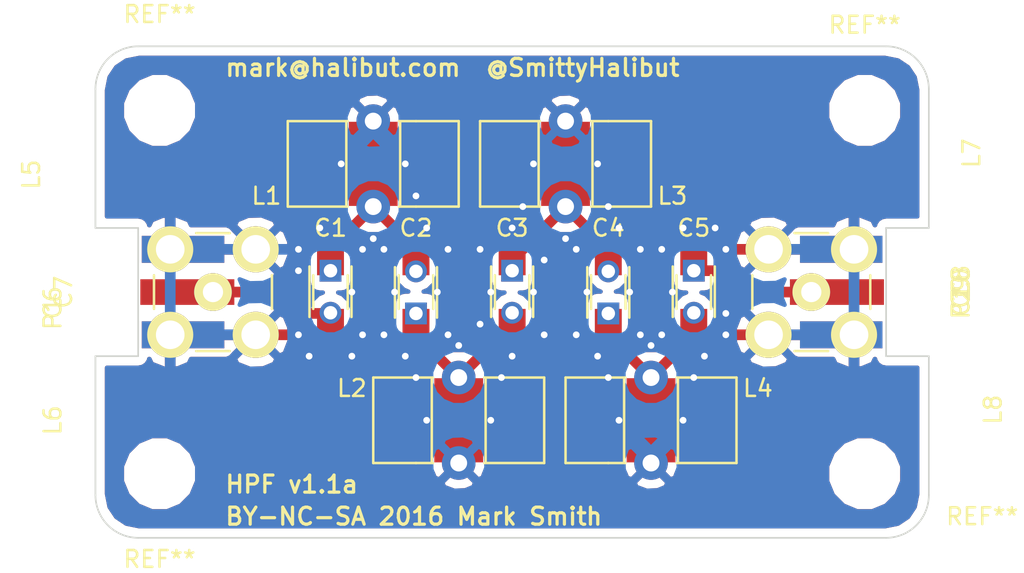
<source format=kicad_pcb>
(kicad_pcb (version 4) (host pcbnew 4.0.5-e0-6337~49~ubuntu16.04.1)

  (general
    (links 49)
    (no_connects 0)
    (area 121.252857 86.02 182.277143 120.455)
    (thickness 1.6)
    (drawings 26)
    (tracks 226)
    (zones 0)
    (modules 24)
    (nets 8)
  )

  (page A4)
  (layers
    (0 F.Cu signal)
    (31 B.Cu signal)
    (32 B.Adhes user)
    (33 F.Adhes user)
    (34 B.Paste user)
    (35 F.Paste user)
    (36 B.SilkS user)
    (37 F.SilkS user)
    (38 B.Mask user)
    (39 F.Mask user)
    (40 Dwgs.User user)
    (41 Cmts.User user)
    (42 Eco1.User user)
    (43 Eco2.User user)
    (44 Edge.Cuts user)
    (45 Margin user)
    (46 B.CrtYd user)
    (47 F.CrtYd user)
    (48 B.Fab user)
    (49 F.Fab user)
  )

  (setup
    (last_trace_width 0.635)
    (trace_clearance 0.2)
    (zone_clearance 0.508)
    (zone_45_only no)
    (trace_min 0.2)
    (segment_width 0.2)
    (edge_width 0.1)
    (via_size 0.6)
    (via_drill 0.4)
    (via_min_size 0.4)
    (via_min_drill 0.3)
    (uvia_size 0.3)
    (uvia_drill 0.1)
    (uvias_allowed no)
    (uvia_min_size 0)
    (uvia_min_drill 0)
    (pcb_text_width 0.3)
    (pcb_text_size 1.5 1.5)
    (mod_edge_width 0.15)
    (mod_text_size 1 1)
    (mod_text_width 0.15)
    (pad_size 1.5 1.5)
    (pad_drill 0.6)
    (pad_to_mask_clearance 0)
    (aux_axis_origin 0 0)
    (visible_elements FFFFFF3F)
    (pcbplotparams
      (layerselection 0x00030_80000001)
      (usegerberextensions false)
      (excludeedgelayer true)
      (linewidth 0.100000)
      (plotframeref false)
      (viasonmask false)
      (mode 1)
      (useauxorigin false)
      (hpglpennumber 1)
      (hpglpenspeed 20)
      (hpglpendiameter 15)
      (hpglpenoverlay 2)
      (psnegative false)
      (psa4output false)
      (plotreference true)
      (plotvalue true)
      (plotinvisibletext false)
      (padsonsilk false)
      (subtractmaskfromsilk false)
      (outputformat 1)
      (mirror false)
      (drillshape 1)
      (scaleselection 1)
      (outputdirectory ""))
  )

  (net 0 "")
  (net 1 "Net-(C1-Pad1)")
  (net 2 "Net-(C1-Pad2)")
  (net 3 "Net-(C2-Pad1)")
  (net 4 "Net-(C3-Pad1)")
  (net 5 GND)
  (net 6 "Net-(C10-Pad2)")
  (net 7 "Net-(C10-Pad1)")

  (net_class Default "This is the default net class."
    (clearance 0.2)
    (trace_width 0.635)
    (via_dia 0.6)
    (via_drill 0.4)
    (uvia_dia 0.3)
    (uvia_drill 0.1)
    (add_net GND)
    (add_net "Net-(C1-Pad1)")
    (add_net "Net-(C1-Pad2)")
    (add_net "Net-(C10-Pad1)")
    (add_net "Net-(C10-Pad2)")
    (add_net "Net-(C2-Pad1)")
    (add_net "Net-(C3-Pad1)")
  )

  (module Capacitors_SMD:C_1206_HandSoldering (layer F.Cu) (tedit 585B2788) (tstamp 585B1BB8)
    (at 140.97 103.505 270)
    (descr "Capacitor SMD 1206, hand soldering")
    (tags "capacitor 1206")
    (path /57ECB369)
    (attr smd)
    (fp_text reference C1 (at -3.81 0 360) (layer F.SilkS)
      (effects (font (size 1 1) (thickness 0.15)))
    )
    (fp_text value C_Small (at 1.27 15.875 270) (layer F.Fab)
      (effects (font (size 1 1) (thickness 0.15)))
    )
    (fp_line (start -1.6 0.8) (end -1.6 -0.8) (layer F.Fab) (width 0.15))
    (fp_line (start 1.6 0.8) (end -1.6 0.8) (layer F.Fab) (width 0.15))
    (fp_line (start 1.6 -0.8) (end 1.6 0.8) (layer F.Fab) (width 0.15))
    (fp_line (start -1.6 -0.8) (end 1.6 -0.8) (layer F.Fab) (width 0.15))
    (fp_line (start -3.3 -1.15) (end 3.3 -1.15) (layer F.CrtYd) (width 0.05))
    (fp_line (start -3.3 1.15) (end 3.3 1.15) (layer F.CrtYd) (width 0.05))
    (fp_line (start -3.3 -1.15) (end -3.3 1.15) (layer F.CrtYd) (width 0.05))
    (fp_line (start 3.3 -1.15) (end 3.3 1.15) (layer F.CrtYd) (width 0.05))
    (fp_line (start 1 -1.025) (end -1 -1.025) (layer F.SilkS) (width 0.15))
    (fp_line (start -1 1.025) (end 1 1.025) (layer F.SilkS) (width 0.15))
    (pad 1 smd rect (at -2 0 270) (size 2 1.6) (layers F.Cu F.Paste F.Mask)
      (net 1 "Net-(C1-Pad1)"))
    (pad 2 smd rect (at 2 0 270) (size 2 1.6) (layers F.Cu F.Paste F.Mask)
      (net 2 "Net-(C1-Pad2)"))
    (model Capacitors_SMD.3dshapes/C_1206_HandSoldering.wrl
      (at (xyz 0 0 0))
      (scale (xyz 1 1 1))
      (rotate (xyz 0 0 0))
    )
  )

  (module Capacitors_SMD:C_1206_HandSoldering (layer F.Cu) (tedit 585B2B69) (tstamp 585B1BBE)
    (at 146.05 103.505 90)
    (descr "Capacitor SMD 1206, hand soldering")
    (tags "capacitor 1206")
    (path /57ECB39D)
    (attr smd)
    (fp_text reference C2 (at 3.81 0 180) (layer F.SilkS)
      (effects (font (size 1 1) (thickness 0.15)))
    )
    (fp_text value C_Small (at 7.62 -20.955 90) (layer F.Fab)
      (effects (font (size 1 1) (thickness 0.15)))
    )
    (fp_line (start -1.6 0.8) (end -1.6 -0.8) (layer F.Fab) (width 0.15))
    (fp_line (start 1.6 0.8) (end -1.6 0.8) (layer F.Fab) (width 0.15))
    (fp_line (start 1.6 -0.8) (end 1.6 0.8) (layer F.Fab) (width 0.15))
    (fp_line (start -1.6 -0.8) (end 1.6 -0.8) (layer F.Fab) (width 0.15))
    (fp_line (start -3.3 -1.15) (end 3.3 -1.15) (layer F.CrtYd) (width 0.05))
    (fp_line (start -3.3 1.15) (end 3.3 1.15) (layer F.CrtYd) (width 0.05))
    (fp_line (start -3.3 -1.15) (end -3.3 1.15) (layer F.CrtYd) (width 0.05))
    (fp_line (start 3.3 -1.15) (end 3.3 1.15) (layer F.CrtYd) (width 0.05))
    (fp_line (start 1 -1.025) (end -1 -1.025) (layer F.SilkS) (width 0.15))
    (fp_line (start -1 1.025) (end 1 1.025) (layer F.SilkS) (width 0.15))
    (pad 1 smd rect (at -2 0 90) (size 2 1.6) (layers F.Cu F.Paste F.Mask)
      (net 3 "Net-(C2-Pad1)"))
    (pad 2 smd rect (at 2 0 90) (size 2 1.6) (layers F.Cu F.Paste F.Mask)
      (net 1 "Net-(C1-Pad1)"))
    (model Capacitors_SMD.3dshapes/C_1206_HandSoldering.wrl
      (at (xyz 0 0 0))
      (scale (xyz 1 1 1))
      (rotate (xyz 0 0 0))
    )
  )

  (module Capacitors_SMD:C_1206_HandSoldering (layer F.Cu) (tedit 585B278B) (tstamp 585B1BC4)
    (at 151.765 103.505 270)
    (descr "Capacitor SMD 1206, hand soldering")
    (tags "capacitor 1206")
    (path /57ECB3D4)
    (attr smd)
    (fp_text reference C3 (at -3.81 0 360) (layer F.SilkS)
      (effects (font (size 1 1) (thickness 0.15)))
    )
    (fp_text value C_Small (at -4.445 26.035 270) (layer F.Fab)
      (effects (font (size 1 1) (thickness 0.15)))
    )
    (fp_line (start -1.6 0.8) (end -1.6 -0.8) (layer F.Fab) (width 0.15))
    (fp_line (start 1.6 0.8) (end -1.6 0.8) (layer F.Fab) (width 0.15))
    (fp_line (start 1.6 -0.8) (end 1.6 0.8) (layer F.Fab) (width 0.15))
    (fp_line (start -1.6 -0.8) (end 1.6 -0.8) (layer F.Fab) (width 0.15))
    (fp_line (start -3.3 -1.15) (end 3.3 -1.15) (layer F.CrtYd) (width 0.05))
    (fp_line (start -3.3 1.15) (end 3.3 1.15) (layer F.CrtYd) (width 0.05))
    (fp_line (start -3.3 -1.15) (end -3.3 1.15) (layer F.CrtYd) (width 0.05))
    (fp_line (start 3.3 -1.15) (end 3.3 1.15) (layer F.CrtYd) (width 0.05))
    (fp_line (start 1 -1.025) (end -1 -1.025) (layer F.SilkS) (width 0.15))
    (fp_line (start -1 1.025) (end 1 1.025) (layer F.SilkS) (width 0.15))
    (pad 1 smd rect (at -2 0 270) (size 2 1.6) (layers F.Cu F.Paste F.Mask)
      (net 4 "Net-(C3-Pad1)"))
    (pad 2 smd rect (at 2 0 270) (size 2 1.6) (layers F.Cu F.Paste F.Mask)
      (net 3 "Net-(C2-Pad1)"))
    (model Capacitors_SMD.3dshapes/C_1206_HandSoldering.wrl
      (at (xyz 0 0 0))
      (scale (xyz 1 1 1))
      (rotate (xyz 0 0 0))
    )
  )

  (module Capacitors_SMD:C_1206_HandSoldering (layer F.Cu) (tedit 585B2B8E) (tstamp 585B1BCA)
    (at 157.48 103.505 90)
    (descr "Capacitor SMD 1206, hand soldering")
    (tags "capacitor 1206")
    (path /57ECB412)
    (attr smd)
    (fp_text reference C4 (at 3.81 0 180) (layer F.SilkS)
      (effects (font (size 1 1) (thickness 0.15)))
    )
    (fp_text value C_Small (at 0.635 20.955 90) (layer F.Fab)
      (effects (font (size 1 1) (thickness 0.15)))
    )
    (fp_line (start -1.6 0.8) (end -1.6 -0.8) (layer F.Fab) (width 0.15))
    (fp_line (start 1.6 0.8) (end -1.6 0.8) (layer F.Fab) (width 0.15))
    (fp_line (start 1.6 -0.8) (end 1.6 0.8) (layer F.Fab) (width 0.15))
    (fp_line (start -1.6 -0.8) (end 1.6 -0.8) (layer F.Fab) (width 0.15))
    (fp_line (start -3.3 -1.15) (end 3.3 -1.15) (layer F.CrtYd) (width 0.05))
    (fp_line (start -3.3 1.15) (end 3.3 1.15) (layer F.CrtYd) (width 0.05))
    (fp_line (start -3.3 -1.15) (end -3.3 1.15) (layer F.CrtYd) (width 0.05))
    (fp_line (start 3.3 -1.15) (end 3.3 1.15) (layer F.CrtYd) (width 0.05))
    (fp_line (start 1 -1.025) (end -1 -1.025) (layer F.SilkS) (width 0.15))
    (fp_line (start -1 1.025) (end 1 1.025) (layer F.SilkS) (width 0.15))
    (pad 1 smd rect (at -2 0 90) (size 2 1.6) (layers F.Cu F.Paste F.Mask)
      (net 6 "Net-(C10-Pad2)"))
    (pad 2 smd rect (at 2 0 90) (size 2 1.6) (layers F.Cu F.Paste F.Mask)
      (net 4 "Net-(C3-Pad1)"))
    (model Capacitors_SMD.3dshapes/C_1206_HandSoldering.wrl
      (at (xyz 0 0 0))
      (scale (xyz 1 1 1))
      (rotate (xyz 0 0 0))
    )
  )

  (module Capacitors_ThroughHole:C_Disc_D3_P2.5 (layer F.Cu) (tedit 585B277C) (tstamp 585B1BD6)
    (at 140.97 102.235 270)
    (descr "Capacitor 3mm Disc, Pitch 2.5mm")
    (tags Capacitor)
    (path /57ECAB8C)
    (fp_text reference C6 (at 1.905 16.51 270) (layer F.SilkS)
      (effects (font (size 1 1) (thickness 0.15)))
    )
    (fp_text value C_Small (at 1.27 16.51 270) (layer F.Fab)
      (effects (font (size 1 1) (thickness 0.15)))
    )
    (fp_line (start -0.9 -1.5) (end 3.4 -1.5) (layer F.CrtYd) (width 0.05))
    (fp_line (start 3.4 -1.5) (end 3.4 1.5) (layer F.CrtYd) (width 0.05))
    (fp_line (start 3.4 1.5) (end -0.9 1.5) (layer F.CrtYd) (width 0.05))
    (fp_line (start -0.9 1.5) (end -0.9 -1.5) (layer F.CrtYd) (width 0.05))
    (fp_line (start -0.25 -1.25) (end 2.75 -1.25) (layer F.SilkS) (width 0.15))
    (fp_line (start 2.75 1.25) (end -0.25 1.25) (layer F.SilkS) (width 0.15))
    (pad 1 thru_hole rect (at 0 0 270) (size 1.3 1.3) (drill 0.8) (layers *.Cu *.Mask)
      (net 1 "Net-(C1-Pad1)"))
    (pad 2 thru_hole circle (at 2.5 0 270) (size 1.3 1.3) (drill 0.8001) (layers *.Cu *.Mask)
      (net 2 "Net-(C1-Pad2)"))
    (model Capacitors_ThroughHole.3dshapes/C_Disc_D3_P2.5.wrl
      (at (xyz 0.0492126 0 0))
      (scale (xyz 1 1 1))
      (rotate (xyz 0 0 0))
    )
  )

  (module Capacitors_ThroughHole:C_Disc_D3_P2.5 (layer F.Cu) (tedit 585B277F) (tstamp 585B1BDC)
    (at 146.05 104.775 90)
    (descr "Capacitor 3mm Disc, Pitch 2.5mm")
    (tags Capacitor)
    (path /57ECABB2)
    (fp_text reference C7 (at 1.27 -20.955 90) (layer F.SilkS)
      (effects (font (size 1 1) (thickness 0.15)))
    )
    (fp_text value C_Small (at 1.905 -20.32 90) (layer F.Fab)
      (effects (font (size 1 1) (thickness 0.15)))
    )
    (fp_line (start -0.9 -1.5) (end 3.4 -1.5) (layer F.CrtYd) (width 0.05))
    (fp_line (start 3.4 -1.5) (end 3.4 1.5) (layer F.CrtYd) (width 0.05))
    (fp_line (start 3.4 1.5) (end -0.9 1.5) (layer F.CrtYd) (width 0.05))
    (fp_line (start -0.9 1.5) (end -0.9 -1.5) (layer F.CrtYd) (width 0.05))
    (fp_line (start -0.25 -1.25) (end 2.75 -1.25) (layer F.SilkS) (width 0.15))
    (fp_line (start 2.75 1.25) (end -0.25 1.25) (layer F.SilkS) (width 0.15))
    (pad 1 thru_hole rect (at 0 0 90) (size 1.3 1.3) (drill 0.8) (layers *.Cu *.Mask)
      (net 3 "Net-(C2-Pad1)"))
    (pad 2 thru_hole circle (at 2.5 0 90) (size 1.3 1.3) (drill 0.8001) (layers *.Cu *.Mask)
      (net 1 "Net-(C1-Pad1)"))
    (model Capacitors_ThroughHole.3dshapes/C_Disc_D3_P2.5.wrl
      (at (xyz 0.0492126 0 0))
      (scale (xyz 1 1 1))
      (rotate (xyz 0 0 0))
    )
  )

  (module Capacitors_ThroughHole:C_Disc_D3_P2.5 (layer F.Cu) (tedit 585B2758) (tstamp 585B1BE2)
    (at 151.765 102.235 270)
    (descr "Capacitor 3mm Disc, Pitch 2.5mm")
    (tags Capacitor)
    (path /57ECABDA)
    (fp_text reference C8 (at 0.635 -26.67 270) (layer F.SilkS)
      (effects (font (size 1 1) (thickness 0.15)))
    )
    (fp_text value C_Small (at 2.54 26.67 270) (layer F.Fab)
      (effects (font (size 1 1) (thickness 0.15)))
    )
    (fp_line (start -0.9 -1.5) (end 3.4 -1.5) (layer F.CrtYd) (width 0.05))
    (fp_line (start 3.4 -1.5) (end 3.4 1.5) (layer F.CrtYd) (width 0.05))
    (fp_line (start 3.4 1.5) (end -0.9 1.5) (layer F.CrtYd) (width 0.05))
    (fp_line (start -0.9 1.5) (end -0.9 -1.5) (layer F.CrtYd) (width 0.05))
    (fp_line (start -0.25 -1.25) (end 2.75 -1.25) (layer F.SilkS) (width 0.15))
    (fp_line (start 2.75 1.25) (end -0.25 1.25) (layer F.SilkS) (width 0.15))
    (pad 1 thru_hole rect (at 0 0 270) (size 1.3 1.3) (drill 0.8) (layers *.Cu *.Mask)
      (net 4 "Net-(C3-Pad1)"))
    (pad 2 thru_hole circle (at 2.5 0 270) (size 1.3 1.3) (drill 0.8001) (layers *.Cu *.Mask)
      (net 3 "Net-(C2-Pad1)"))
    (model Capacitors_ThroughHole.3dshapes/C_Disc_D3_P2.5.wrl
      (at (xyz 0.0492126 0 0))
      (scale (xyz 1 1 1))
      (rotate (xyz 0 0 0))
    )
  )

  (module Libraries:SMA_Vertical_Or_Edge (layer F.Cu) (tedit 585B2774) (tstamp 585B1C14)
    (at 133.985 103.505 270)
    (descr "SMB pcb mounting jack")
    (tags "SMB Jack  Striaght")
    (path /57ECA9B2)
    (fp_text reference P1 (at 1.27 9.525 270) (layer F.SilkS)
      (effects (font (size 1 1) (thickness 0.15)))
    )
    (fp_text value BNC (at 1.27 8.89 270) (layer F.Fab)
      (effects (font (size 1 1) (thickness 0.15)))
    )
    (fp_line (start -4.25 -4.25) (end 4.25 -4.25) (layer B.CrtYd) (width 0.05))
    (fp_line (start 4.25 -4.25) (end 4.25 4.25) (layer B.CrtYd) (width 0.05))
    (fp_line (start 4.25 4.25) (end -4.25 4.25) (layer B.CrtYd) (width 0.05))
    (fp_line (start -4.25 4.25) (end -4.25 -4.25) (layer B.CrtYd) (width 0.05))
    (fp_line (start 4.25 4.25) (end -4.25 4.25) (layer F.CrtYd) (width 0.05))
    (fp_line (start -4.25 4.25) (end -4.25 -4.25) (layer F.CrtYd) (width 0.05))
    (fp_line (start 4.25 -4.25) (end 4.25 4.25) (layer F.CrtYd) (width 0.05))
    (fp_line (start -4.25 -4.25) (end 4.25 -4.25) (layer F.CrtYd) (width 0.05))
    (fp_line (start -1 -3.5052) (end 1 -3.5052) (layer F.SilkS) (width 0.15))
    (fp_line (start 3.5052 -1) (end 3.5052 1) (layer F.SilkS) (width 0.15))
    (fp_line (start 1 3.5052) (end -1 3.5052) (layer F.SilkS) (width 0.15))
    (fp_line (start -3.5052 1) (end -3.5052 -1) (layer F.SilkS) (width 0.15))
    (pad 2 thru_hole circle (at -2.54 2.54 270) (size 2.74 2.74) (drill 1.7) (layers *.Cu *.Mask F.SilkS)
      (net 5 GND))
    (pad 2 smd rect (at 2.54 1.778 270) (size 1.6002 4.9022) (layers B.Cu B.Paste B.Mask)
      (net 5 GND))
    (pad 2 thru_hole circle (at 2.54 2.54 270) (size 2.74 2.74) (drill 1.7) (layers *.Cu *.Mask F.SilkS)
      (net 5 GND))
    (pad 2 thru_hole circle (at 2.54 -2.54 270) (size 2.74 2.74) (drill 1.7) (layers *.Cu *.Mask F.SilkS)
      (net 5 GND))
    (pad 2 thru_hole circle (at -2.54 -2.54 270) (size 2.74 2.74) (drill 1.7) (layers *.Cu *.Mask F.SilkS)
      (net 5 GND))
    (pad 1 thru_hole circle (at 0 0 270) (size 2.24 2.24) (drill 1.2) (layers *.Cu *.Mask F.SilkS)
      (net 2 "Net-(C1-Pad2)"))
    (pad 1 smd rect (at 0 1.524 270) (size 1.524 5.588) (layers F.Cu F.Paste F.Mask)
      (net 2 "Net-(C1-Pad2)"))
    (pad 2 smd rect (at -2.54 1.778 270) (size 1.6002 4.9022) (layers F.Cu F.Paste F.Mask)
      (net 5 GND))
    (pad 2 smd rect (at 2.54 1.778 270) (size 1.6002 4.9022) (layers F.Cu F.Paste F.Mask)
      (net 5 GND))
    (pad 2 smd rect (at -2.54 1.778 270) (size 1.6002 4.9022) (layers B.Cu B.Paste B.Mask)
      (net 5 GND))
    (model Connect.3dshapes/SMB_Straight.wrl
      (at (xyz 0 0 0))
      (scale (xyz 1 1 1))
      (rotate (xyz 0 0 0))
    )
  )

  (module Libraries:SMA_Vertical_Or_Edge (layer F.Cu) (tedit 585B2736) (tstamp 585B1C22)
    (at 169.545 103.505 90)
    (descr "SMB pcb mounting jack")
    (tags "SMB Jack  Striaght")
    (path /57ECAA44)
    (fp_text reference P2 (at -0.635 8.89 90) (layer F.SilkS)
      (effects (font (size 1 1) (thickness 0.15)))
    )
    (fp_text value BNC (at 0.635 8.89 90) (layer F.Fab)
      (effects (font (size 1 1) (thickness 0.15)))
    )
    (fp_line (start -4.25 -4.25) (end 4.25 -4.25) (layer B.CrtYd) (width 0.05))
    (fp_line (start 4.25 -4.25) (end 4.25 4.25) (layer B.CrtYd) (width 0.05))
    (fp_line (start 4.25 4.25) (end -4.25 4.25) (layer B.CrtYd) (width 0.05))
    (fp_line (start -4.25 4.25) (end -4.25 -4.25) (layer B.CrtYd) (width 0.05))
    (fp_line (start 4.25 4.25) (end -4.25 4.25) (layer F.CrtYd) (width 0.05))
    (fp_line (start -4.25 4.25) (end -4.25 -4.25) (layer F.CrtYd) (width 0.05))
    (fp_line (start 4.25 -4.25) (end 4.25 4.25) (layer F.CrtYd) (width 0.05))
    (fp_line (start -4.25 -4.25) (end 4.25 -4.25) (layer F.CrtYd) (width 0.05))
    (fp_line (start -1 -3.5052) (end 1 -3.5052) (layer F.SilkS) (width 0.15))
    (fp_line (start 3.5052 -1) (end 3.5052 1) (layer F.SilkS) (width 0.15))
    (fp_line (start 1 3.5052) (end -1 3.5052) (layer F.SilkS) (width 0.15))
    (fp_line (start -3.5052 1) (end -3.5052 -1) (layer F.SilkS) (width 0.15))
    (pad 2 thru_hole circle (at -2.54 2.54 90) (size 2.74 2.74) (drill 1.7) (layers *.Cu *.Mask F.SilkS)
      (net 5 GND))
    (pad 2 smd rect (at 2.54 1.778 90) (size 1.6002 4.9022) (layers B.Cu B.Paste B.Mask)
      (net 5 GND))
    (pad 2 thru_hole circle (at 2.54 2.54 90) (size 2.74 2.74) (drill 1.7) (layers *.Cu *.Mask F.SilkS)
      (net 5 GND))
    (pad 2 thru_hole circle (at 2.54 -2.54 90) (size 2.74 2.74) (drill 1.7) (layers *.Cu *.Mask F.SilkS)
      (net 5 GND))
    (pad 2 thru_hole circle (at -2.54 -2.54 90) (size 2.74 2.74) (drill 1.7) (layers *.Cu *.Mask F.SilkS)
      (net 5 GND))
    (pad 1 thru_hole circle (at 0 0 90) (size 2.24 2.24) (drill 1.2) (layers *.Cu *.Mask F.SilkS)
      (net 7 "Net-(C10-Pad1)"))
    (pad 1 smd rect (at 0 1.524 90) (size 1.524 5.588) (layers F.Cu F.Paste F.Mask)
      (net 7 "Net-(C10-Pad1)"))
    (pad 2 smd rect (at -2.54 1.778 90) (size 1.6002 4.9022) (layers F.Cu F.Paste F.Mask)
      (net 5 GND))
    (pad 2 smd rect (at 2.54 1.778 90) (size 1.6002 4.9022) (layers F.Cu F.Paste F.Mask)
      (net 5 GND))
    (pad 2 smd rect (at -2.54 1.778 90) (size 1.6002 4.9022) (layers B.Cu B.Paste B.Mask)
      (net 5 GND))
    (model Connect.3dshapes/SMB_Straight.wrl
      (at (xyz 0 0 0))
      (scale (xyz 1 1 1))
      (rotate (xyz 0 0 0))
    )
  )

  (module Capacitors_ThroughHole:C_Disc_D3_P2.5 (layer F.Cu) (tedit 585B275C) (tstamp 585B238B)
    (at 157.48 104.775 90)
    (descr "Capacitor 3mm Disc, Pitch 2.5mm")
    (tags Capacitor)
    (path /57ECAC07)
    (fp_text reference C9 (at 1.27 20.955 90) (layer F.SilkS)
      (effects (font (size 1 1) (thickness 0.15)))
    )
    (fp_text value C_Small (at 1.905 20.955 90) (layer F.Fab)
      (effects (font (size 1 1) (thickness 0.15)))
    )
    (fp_line (start -0.9 -1.5) (end 3.4 -1.5) (layer F.CrtYd) (width 0.05))
    (fp_line (start 3.4 -1.5) (end 3.4 1.5) (layer F.CrtYd) (width 0.05))
    (fp_line (start 3.4 1.5) (end -0.9 1.5) (layer F.CrtYd) (width 0.05))
    (fp_line (start -0.9 1.5) (end -0.9 -1.5) (layer F.CrtYd) (width 0.05))
    (fp_line (start -0.25 -1.25) (end 2.75 -1.25) (layer F.SilkS) (width 0.15))
    (fp_line (start 2.75 1.25) (end -0.25 1.25) (layer F.SilkS) (width 0.15))
    (pad 1 thru_hole rect (at 0 0 90) (size 1.3 1.3) (drill 0.8) (layers *.Cu *.Mask)
      (net 6 "Net-(C10-Pad2)"))
    (pad 2 thru_hole circle (at 2.5 0 90) (size 1.3 1.3) (drill 0.8001) (layers *.Cu *.Mask)
      (net 4 "Net-(C3-Pad1)"))
    (model Capacitors_ThroughHole.3dshapes/C_Disc_D3_P2.5.wrl
      (at (xyz 0.0492126 0 0))
      (scale (xyz 1 1 1))
      (rotate (xyz 0 0 0))
    )
  )

  (module Capacitors_ThroughHole:C_Disc_D3_P2.5 (layer F.Cu) (tedit 585B273A) (tstamp 585B2391)
    (at 162.56 102.235 270)
    (descr "Capacitor 3mm Disc, Pitch 2.5mm")
    (tags Capacitor)
    (path /585B2351)
    (fp_text reference C10 (at 1.27 -15.875 270) (layer F.SilkS)
      (effects (font (size 1 1) (thickness 0.15)))
    )
    (fp_text value C_Small (at 1.27 -15.24 270) (layer F.Fab)
      (effects (font (size 1 1) (thickness 0.15)))
    )
    (fp_line (start -0.9 -1.5) (end 3.4 -1.5) (layer F.CrtYd) (width 0.05))
    (fp_line (start 3.4 -1.5) (end 3.4 1.5) (layer F.CrtYd) (width 0.05))
    (fp_line (start 3.4 1.5) (end -0.9 1.5) (layer F.CrtYd) (width 0.05))
    (fp_line (start -0.9 1.5) (end -0.9 -1.5) (layer F.CrtYd) (width 0.05))
    (fp_line (start -0.25 -1.25) (end 2.75 -1.25) (layer F.SilkS) (width 0.15))
    (fp_line (start 2.75 1.25) (end -0.25 1.25) (layer F.SilkS) (width 0.15))
    (pad 1 thru_hole rect (at 0 0 270) (size 1.3 1.3) (drill 0.8) (layers *.Cu *.Mask)
      (net 7 "Net-(C10-Pad1)"))
    (pad 2 thru_hole circle (at 2.5 0 270) (size 1.3 1.3) (drill 0.8001) (layers *.Cu *.Mask)
      (net 6 "Net-(C10-Pad2)"))
    (model Capacitors_ThroughHole.3dshapes/C_Disc_D3_P2.5.wrl
      (at (xyz 0.0492126 0 0))
      (scale (xyz 1 1 1))
      (rotate (xyz 0 0 0))
    )
  )

  (module Choke_Toroid_ThroughHole:Choke_Toroid_5x10mm_Vertical (layer F.Cu) (tedit 585B2B6C) (tstamp 585B2397)
    (at 138.43 98.425)
    (descr "Toroid, Coil, Choke,  5mm x 10mm, Vertical, Inductor, Drossel, Thruhole,")
    (tags "Toroid, Coil, Choke, 5mm x 10mm, Vertical, Inductor, Drossel, Thruhole,")
    (path /57ECAC35)
    (fp_text reference L1 (at -1.27 -0.635) (layer F.SilkS)
      (effects (font (size 1 1) (thickness 0.15)))
    )
    (fp_text value L_Small (at 3.81 -10.795) (layer F.Fab)
      (effects (font (size 1 1) (thickness 0.15)))
    )
    (fp_line (start 0 0) (end 3.556 0) (layer F.SilkS) (width 0.15))
    (fp_line (start 0 -5.08) (end 3.556 -5.08) (layer F.SilkS) (width 0.15))
    (fp_line (start 7.62 0) (end 6.604 0) (layer F.SilkS) (width 0.15))
    (fp_line (start 7.62 -5.08) (end 6.604 -5.08) (layer F.SilkS) (width 0.15))
    (fp_line (start 10.16 0) (end 7.62 0) (layer F.SilkS) (width 0.15))
    (fp_line (start 10.16 -5.08) (end 7.62 -5.08) (layer F.SilkS) (width 0.15))
    (fp_line (start 10.16 0) (end 10.16 -5.08) (layer F.SilkS) (width 0.15))
    (fp_line (start 0 -5.08) (end 0 0) (layer F.SilkS) (width 0.15))
    (pad 1 thru_hole circle (at 5.08 0) (size 1.99898 1.99898) (drill 1.00076) (layers *.Cu *.Mask)
      (net 1 "Net-(C1-Pad1)"))
    (pad 2 thru_hole circle (at 5.08 -5.08) (size 1.99898 1.99898) (drill 1.00076) (layers *.Cu *.Mask)
      (net 5 GND))
  )

  (module Choke_Toroid_ThroughHole:Choke_Toroid_5x10mm_Vertical (layer F.Cu) (tedit 585B2880) (tstamp 585B239D)
    (at 153.67 108.585 180)
    (descr "Toroid, Coil, Choke,  5mm x 10mm, Vertical, Inductor, Drossel, Thruhole,")
    (tags "Toroid, Coil, Choke, 5mm x 10mm, Vertical, Inductor, Drossel, Thruhole,")
    (path /57ECAC69)
    (fp_text reference L2 (at 11.43 -0.635 180) (layer F.SilkS)
      (effects (font (size 1 1) (thickness 0.15)))
    )
    (fp_text value L_Small (at 6.35 -10.795 180) (layer F.Fab)
      (effects (font (size 1 1) (thickness 0.15)))
    )
    (fp_line (start 0 0) (end 3.556 0) (layer F.SilkS) (width 0.15))
    (fp_line (start 0 -5.08) (end 3.556 -5.08) (layer F.SilkS) (width 0.15))
    (fp_line (start 7.62 0) (end 6.604 0) (layer F.SilkS) (width 0.15))
    (fp_line (start 7.62 -5.08) (end 6.604 -5.08) (layer F.SilkS) (width 0.15))
    (fp_line (start 10.16 0) (end 7.62 0) (layer F.SilkS) (width 0.15))
    (fp_line (start 10.16 -5.08) (end 7.62 -5.08) (layer F.SilkS) (width 0.15))
    (fp_line (start 10.16 0) (end 10.16 -5.08) (layer F.SilkS) (width 0.15))
    (fp_line (start 0 -5.08) (end 0 0) (layer F.SilkS) (width 0.15))
    (pad 1 thru_hole circle (at 5.08 0 180) (size 1.99898 1.99898) (drill 1.00076) (layers *.Cu *.Mask)
      (net 3 "Net-(C2-Pad1)"))
    (pad 2 thru_hole circle (at 5.08 -5.08 180) (size 1.99898 1.99898) (drill 1.00076) (layers *.Cu *.Mask)
      (net 5 GND))
  )

  (module Choke_Toroid_ThroughHole:Choke_Toroid_5x10mm_Vertical (layer F.Cu) (tedit 585B2883) (tstamp 585B23A3)
    (at 149.86 98.425)
    (descr "Toroid, Coil, Choke,  5mm x 10mm, Vertical, Inductor, Drossel, Thruhole,")
    (tags "Toroid, Coil, Choke, 5mm x 10mm, Vertical, Inductor, Drossel, Thruhole,")
    (path /57ECAC9D)
    (fp_text reference L3 (at 11.43 -0.635) (layer F.SilkS)
      (effects (font (size 1 1) (thickness 0.15)))
    )
    (fp_text value L_Small (at 7.62 -10.795) (layer F.Fab)
      (effects (font (size 1 1) (thickness 0.15)))
    )
    (fp_line (start 0 0) (end 3.556 0) (layer F.SilkS) (width 0.15))
    (fp_line (start 0 -5.08) (end 3.556 -5.08) (layer F.SilkS) (width 0.15))
    (fp_line (start 7.62 0) (end 6.604 0) (layer F.SilkS) (width 0.15))
    (fp_line (start 7.62 -5.08) (end 6.604 -5.08) (layer F.SilkS) (width 0.15))
    (fp_line (start 10.16 0) (end 7.62 0) (layer F.SilkS) (width 0.15))
    (fp_line (start 10.16 -5.08) (end 7.62 -5.08) (layer F.SilkS) (width 0.15))
    (fp_line (start 10.16 0) (end 10.16 -5.08) (layer F.SilkS) (width 0.15))
    (fp_line (start 0 -5.08) (end 0 0) (layer F.SilkS) (width 0.15))
    (pad 1 thru_hole circle (at 5.08 0) (size 1.99898 1.99898) (drill 1.00076) (layers *.Cu *.Mask)
      (net 4 "Net-(C3-Pad1)"))
    (pad 2 thru_hole circle (at 5.08 -5.08) (size 1.99898 1.99898) (drill 1.00076) (layers *.Cu *.Mask)
      (net 5 GND))
  )

  (module Choke_Toroid_ThroughHole:Choke_Toroid_5x10mm_Vertical (layer F.Cu) (tedit 585B2887) (tstamp 585B23A9)
    (at 165.1 108.585 180)
    (descr "Toroid, Coil, Choke,  5mm x 10mm, Vertical, Inductor, Drossel, Thruhole,")
    (tags "Toroid, Coil, Choke, 5mm x 10mm, Vertical, Inductor, Drossel, Thruhole,")
    (path /585B2357)
    (fp_text reference L4 (at -1.27 -0.635 180) (layer F.SilkS)
      (effects (font (size 1 1) (thickness 0.15)))
    )
    (fp_text value L_Small (at 3.81 -10.795 180) (layer F.Fab)
      (effects (font (size 1 1) (thickness 0.15)))
    )
    (fp_line (start 0 0) (end 3.556 0) (layer F.SilkS) (width 0.15))
    (fp_line (start 0 -5.08) (end 3.556 -5.08) (layer F.SilkS) (width 0.15))
    (fp_line (start 7.62 0) (end 6.604 0) (layer F.SilkS) (width 0.15))
    (fp_line (start 7.62 -5.08) (end 6.604 -5.08) (layer F.SilkS) (width 0.15))
    (fp_line (start 10.16 0) (end 7.62 0) (layer F.SilkS) (width 0.15))
    (fp_line (start 10.16 -5.08) (end 7.62 -5.08) (layer F.SilkS) (width 0.15))
    (fp_line (start 10.16 0) (end 10.16 -5.08) (layer F.SilkS) (width 0.15))
    (fp_line (start 0 -5.08) (end 0 0) (layer F.SilkS) (width 0.15))
    (pad 1 thru_hole circle (at 5.08 0 180) (size 1.99898 1.99898) (drill 1.00076) (layers *.Cu *.Mask)
      (net 6 "Net-(C10-Pad2)"))
    (pad 2 thru_hole circle (at 5.08 -5.08 180) (size 1.99898 1.99898) (drill 1.00076) (layers *.Cu *.Mask)
      (net 5 GND))
  )

  (module Inductors:Inductor_Taiyo-Yuden_NR-30xx_HandSoldering (layer F.Cu) (tedit 585B26ED) (tstamp 585B23AF)
    (at 143.51 95.885 90)
    (descr "Inductor, Taiyo Yuden, NR series, Taiyo-Yuden_NR-30xx, 3.0mmx3.0mm")
    (tags "inductor taiyo-yuden nr smd")
    (path /585B1993)
    (attr smd)
    (fp_text reference L5 (at -0.635 -20.32 90) (layer F.SilkS)
      (effects (font (size 1 1) (thickness 0.15)))
    )
    (fp_text value L_Small (at 0.635 -20.32 90) (layer F.Fab)
      (effects (font (size 1 1) (thickness 0.15)))
    )
    (fp_line (start -1.5 0) (end -1.5 -0.95) (layer F.Fab) (width 0.15))
    (fp_line (start -1.5 -0.95) (end -0.95 -1.5) (layer F.Fab) (width 0.15))
    (fp_line (start -0.95 -1.5) (end 0 -1.5) (layer F.Fab) (width 0.15))
    (fp_line (start 1.5 0) (end 1.5 -0.95) (layer F.Fab) (width 0.15))
    (fp_line (start 1.5 -0.95) (end 0.95 -1.5) (layer F.Fab) (width 0.15))
    (fp_line (start 0.95 -1.5) (end 0 -1.5) (layer F.Fab) (width 0.15))
    (fp_line (start 1.5 0) (end 1.5 0.95) (layer F.Fab) (width 0.15))
    (fp_line (start 1.5 0.95) (end 0.95 1.5) (layer F.Fab) (width 0.15))
    (fp_line (start 0.95 1.5) (end 0 1.5) (layer F.Fab) (width 0.15))
    (fp_line (start -1.5 0) (end -1.5 0.95) (layer F.Fab) (width 0.15))
    (fp_line (start -1.5 0.95) (end -0.95 1.5) (layer F.Fab) (width 0.15))
    (fp_line (start -0.95 1.5) (end 0 1.5) (layer F.Fab) (width 0.15))
    (fp_line (start -2.5 -1.6) (end 2.5 -1.6) (layer F.SilkS) (width 0.15))
    (fp_line (start -2.5 1.6) (end 2.5 1.6) (layer F.SilkS) (width 0.15))
    (fp_line (start -2.75 -1.8) (end -2.75 1.8) (layer F.CrtYd) (width 0.05))
    (fp_line (start -2.75 1.8) (end 2.75 1.8) (layer F.CrtYd) (width 0.05))
    (fp_line (start 2.75 1.8) (end 2.75 -1.8) (layer F.CrtYd) (width 0.05))
    (fp_line (start 2.75 -1.8) (end -2.75 -1.8) (layer F.CrtYd) (width 0.05))
    (pad 1 smd rect (at -1.6 0 90) (size 1.8 2.9) (layers F.Cu F.Paste F.Mask)
      (net 1 "Net-(C1-Pad1)"))
    (pad 2 smd rect (at 1.6 0 90) (size 1.8 2.9) (layers F.Cu F.Paste F.Mask)
      (net 5 GND))
    (model Inductors.3dshapes/Inductor_Taiyo-Yuden_NR-30xx.wrl
      (at (xyz 0 0 0))
      (scale (xyz 1 1 1))
      (rotate (xyz 0 0 0))
    )
  )

  (module Inductors:Inductor_Taiyo-Yuden_NR-30xx_HandSoldering (layer F.Cu) (tedit 585B2C5C) (tstamp 585B23B5)
    (at 148.59 111.125 270)
    (descr "Inductor, Taiyo Yuden, NR series, Taiyo-Yuden_NR-30xx, 3.0mmx3.0mm")
    (tags "inductor taiyo-yuden nr smd")
    (path /585B19ED)
    (attr smd)
    (fp_text reference L6 (at 0 24.13 270) (layer F.SilkS)
      (effects (font (size 1 1) (thickness 0.15)))
    )
    (fp_text value L_Small (at 1.27 23.495 270) (layer F.Fab)
      (effects (font (size 1 1) (thickness 0.15)))
    )
    (fp_line (start -1.5 0) (end -1.5 -0.95) (layer F.Fab) (width 0.15))
    (fp_line (start -1.5 -0.95) (end -0.95 -1.5) (layer F.Fab) (width 0.15))
    (fp_line (start -0.95 -1.5) (end 0 -1.5) (layer F.Fab) (width 0.15))
    (fp_line (start 1.5 0) (end 1.5 -0.95) (layer F.Fab) (width 0.15))
    (fp_line (start 1.5 -0.95) (end 0.95 -1.5) (layer F.Fab) (width 0.15))
    (fp_line (start 0.95 -1.5) (end 0 -1.5) (layer F.Fab) (width 0.15))
    (fp_line (start 1.5 0) (end 1.5 0.95) (layer F.Fab) (width 0.15))
    (fp_line (start 1.5 0.95) (end 0.95 1.5) (layer F.Fab) (width 0.15))
    (fp_line (start 0.95 1.5) (end 0 1.5) (layer F.Fab) (width 0.15))
    (fp_line (start -1.5 0) (end -1.5 0.95) (layer F.Fab) (width 0.15))
    (fp_line (start -1.5 0.95) (end -0.95 1.5) (layer F.Fab) (width 0.15))
    (fp_line (start -0.95 1.5) (end 0 1.5) (layer F.Fab) (width 0.15))
    (fp_line (start -2.5 -1.6) (end 2.5 -1.6) (layer F.SilkS) (width 0.15))
    (fp_line (start -2.5 1.6) (end 2.5 1.6) (layer F.SilkS) (width 0.15))
    (fp_line (start -2.75 -1.8) (end -2.75 1.8) (layer F.CrtYd) (width 0.05))
    (fp_line (start -2.75 1.8) (end 2.75 1.8) (layer F.CrtYd) (width 0.05))
    (fp_line (start 2.75 1.8) (end 2.75 -1.8) (layer F.CrtYd) (width 0.05))
    (fp_line (start 2.75 -1.8) (end -2.75 -1.8) (layer F.CrtYd) (width 0.05))
    (pad 1 smd rect (at -1.6 0 270) (size 1.8 2.9) (layers F.Cu F.Paste F.Mask)
      (net 3 "Net-(C2-Pad1)"))
    (pad 2 smd rect (at 1.6 0 270) (size 1.8 2.9) (layers F.Cu F.Paste F.Mask)
      (net 5 GND))
    (model Inductors.3dshapes/Inductor_Taiyo-Yuden_NR-30xx.wrl
      (at (xyz 0 0 0))
      (scale (xyz 1 1 1))
      (rotate (xyz 0 0 0))
    )
  )

  (module Inductors:Inductor_Taiyo-Yuden_NR-30xx_HandSoldering (layer F.Cu) (tedit 585B2C61) (tstamp 585B23BB)
    (at 154.94 95.885 90)
    (descr "Inductor, Taiyo Yuden, NR series, Taiyo-Yuden_NR-30xx, 3.0mmx3.0mm")
    (tags "inductor taiyo-yuden nr smd")
    (path /585B1A2E)
    (attr smd)
    (fp_text reference L7 (at 0.635 24.13 90) (layer F.SilkS)
      (effects (font (size 1 1) (thickness 0.15)))
    )
    (fp_text value L_Small (at 0.635 25.4 90) (layer F.Fab)
      (effects (font (size 1 1) (thickness 0.15)))
    )
    (fp_line (start -1.5 0) (end -1.5 -0.95) (layer F.Fab) (width 0.15))
    (fp_line (start -1.5 -0.95) (end -0.95 -1.5) (layer F.Fab) (width 0.15))
    (fp_line (start -0.95 -1.5) (end 0 -1.5) (layer F.Fab) (width 0.15))
    (fp_line (start 1.5 0) (end 1.5 -0.95) (layer F.Fab) (width 0.15))
    (fp_line (start 1.5 -0.95) (end 0.95 -1.5) (layer F.Fab) (width 0.15))
    (fp_line (start 0.95 -1.5) (end 0 -1.5) (layer F.Fab) (width 0.15))
    (fp_line (start 1.5 0) (end 1.5 0.95) (layer F.Fab) (width 0.15))
    (fp_line (start 1.5 0.95) (end 0.95 1.5) (layer F.Fab) (width 0.15))
    (fp_line (start 0.95 1.5) (end 0 1.5) (layer F.Fab) (width 0.15))
    (fp_line (start -1.5 0) (end -1.5 0.95) (layer F.Fab) (width 0.15))
    (fp_line (start -1.5 0.95) (end -0.95 1.5) (layer F.Fab) (width 0.15))
    (fp_line (start -0.95 1.5) (end 0 1.5) (layer F.Fab) (width 0.15))
    (fp_line (start -2.5 -1.6) (end 2.5 -1.6) (layer F.SilkS) (width 0.15))
    (fp_line (start -2.5 1.6) (end 2.5 1.6) (layer F.SilkS) (width 0.15))
    (fp_line (start -2.75 -1.8) (end -2.75 1.8) (layer F.CrtYd) (width 0.05))
    (fp_line (start -2.75 1.8) (end 2.75 1.8) (layer F.CrtYd) (width 0.05))
    (fp_line (start 2.75 1.8) (end 2.75 -1.8) (layer F.CrtYd) (width 0.05))
    (fp_line (start 2.75 -1.8) (end -2.75 -1.8) (layer F.CrtYd) (width 0.05))
    (pad 1 smd rect (at -1.6 0 90) (size 1.8 2.9) (layers F.Cu F.Paste F.Mask)
      (net 4 "Net-(C3-Pad1)"))
    (pad 2 smd rect (at 1.6 0 90) (size 1.8 2.9) (layers F.Cu F.Paste F.Mask)
      (net 5 GND))
    (model Inductors.3dshapes/Inductor_Taiyo-Yuden_NR-30xx.wrl
      (at (xyz 0 0 0))
      (scale (xyz 1 1 1))
      (rotate (xyz 0 0 0))
    )
  )

  (module Inductors:Inductor_Taiyo-Yuden_NR-30xx_HandSoldering (layer F.Cu) (tedit 585B271C) (tstamp 585B23C1)
    (at 160.02 111.125 270)
    (descr "Inductor, Taiyo Yuden, NR series, Taiyo-Yuden_NR-30xx, 3.0mmx3.0mm")
    (tags "inductor taiyo-yuden nr smd")
    (path /585B236E)
    (attr smd)
    (fp_text reference L8 (at -0.635 -20.32 270) (layer F.SilkS)
      (effects (font (size 1 1) (thickness 0.15)))
    )
    (fp_text value L_Small (at 0 -20.32 270) (layer F.Fab)
      (effects (font (size 1 1) (thickness 0.15)))
    )
    (fp_line (start -1.5 0) (end -1.5 -0.95) (layer F.Fab) (width 0.15))
    (fp_line (start -1.5 -0.95) (end -0.95 -1.5) (layer F.Fab) (width 0.15))
    (fp_line (start -0.95 -1.5) (end 0 -1.5) (layer F.Fab) (width 0.15))
    (fp_line (start 1.5 0) (end 1.5 -0.95) (layer F.Fab) (width 0.15))
    (fp_line (start 1.5 -0.95) (end 0.95 -1.5) (layer F.Fab) (width 0.15))
    (fp_line (start 0.95 -1.5) (end 0 -1.5) (layer F.Fab) (width 0.15))
    (fp_line (start 1.5 0) (end 1.5 0.95) (layer F.Fab) (width 0.15))
    (fp_line (start 1.5 0.95) (end 0.95 1.5) (layer F.Fab) (width 0.15))
    (fp_line (start 0.95 1.5) (end 0 1.5) (layer F.Fab) (width 0.15))
    (fp_line (start -1.5 0) (end -1.5 0.95) (layer F.Fab) (width 0.15))
    (fp_line (start -1.5 0.95) (end -0.95 1.5) (layer F.Fab) (width 0.15))
    (fp_line (start -0.95 1.5) (end 0 1.5) (layer F.Fab) (width 0.15))
    (fp_line (start -2.5 -1.6) (end 2.5 -1.6) (layer F.SilkS) (width 0.15))
    (fp_line (start -2.5 1.6) (end 2.5 1.6) (layer F.SilkS) (width 0.15))
    (fp_line (start -2.75 -1.8) (end -2.75 1.8) (layer F.CrtYd) (width 0.05))
    (fp_line (start -2.75 1.8) (end 2.75 1.8) (layer F.CrtYd) (width 0.05))
    (fp_line (start 2.75 1.8) (end 2.75 -1.8) (layer F.CrtYd) (width 0.05))
    (fp_line (start 2.75 -1.8) (end -2.75 -1.8) (layer F.CrtYd) (width 0.05))
    (pad 1 smd rect (at -1.6 0 270) (size 1.8 2.9) (layers F.Cu F.Paste F.Mask)
      (net 6 "Net-(C10-Pad2)"))
    (pad 2 smd rect (at 1.6 0 270) (size 1.8 2.9) (layers F.Cu F.Paste F.Mask)
      (net 5 GND))
    (model Inductors.3dshapes/Inductor_Taiyo-Yuden_NR-30xx.wrl
      (at (xyz 0 0 0))
      (scale (xyz 1 1 1))
      (rotate (xyz 0 0 0))
    )
  )

  (module Capacitors_SMD:C_1206_HandSoldering (layer F.Cu) (tedit 585B278E) (tstamp 585B23C8)
    (at 162.56 103.505 270)
    (descr "Capacitor SMD 1206, hand soldering")
    (tags "capacitor 1206")
    (path /585B2366)
    (attr smd)
    (fp_text reference C5 (at -3.81 0 360) (layer F.SilkS)
      (effects (font (size 1 1) (thickness 0.15)))
    )
    (fp_text value C_Small (at -0.635 -16.51 270) (layer F.Fab)
      (effects (font (size 1 1) (thickness 0.15)))
    )
    (fp_line (start -1.6 0.8) (end -1.6 -0.8) (layer F.Fab) (width 0.15))
    (fp_line (start 1.6 0.8) (end -1.6 0.8) (layer F.Fab) (width 0.15))
    (fp_line (start 1.6 -0.8) (end 1.6 0.8) (layer F.Fab) (width 0.15))
    (fp_line (start -1.6 -0.8) (end 1.6 -0.8) (layer F.Fab) (width 0.15))
    (fp_line (start -3.3 -1.15) (end 3.3 -1.15) (layer F.CrtYd) (width 0.05))
    (fp_line (start -3.3 1.15) (end 3.3 1.15) (layer F.CrtYd) (width 0.05))
    (fp_line (start -3.3 -1.15) (end -3.3 1.15) (layer F.CrtYd) (width 0.05))
    (fp_line (start 3.3 -1.15) (end 3.3 1.15) (layer F.CrtYd) (width 0.05))
    (fp_line (start 1 -1.025) (end -1 -1.025) (layer F.SilkS) (width 0.15))
    (fp_line (start -1 1.025) (end 1 1.025) (layer F.SilkS) (width 0.15))
    (pad 1 smd rect (at -2 0 270) (size 2 1.6) (layers F.Cu F.Paste F.Mask)
      (net 7 "Net-(C10-Pad1)"))
    (pad 2 smd rect (at 2 0 270) (size 2 1.6) (layers F.Cu F.Paste F.Mask)
      (net 6 "Net-(C10-Pad2)"))
    (model Capacitors_SMD.3dshapes/C_1206_HandSoldering.wrl
      (at (xyz 0 0 0))
      (scale (xyz 1 1 1))
      (rotate (xyz 0 0 0))
    )
  )

  (module Mounting_Holes:MountingHole_3.2mm_M3 (layer F.Cu) (tedit 585B2A41) (tstamp 585B2AC1)
    (at 172.72 92.71)
    (descr "Mounting Hole 3.2mm, no annular, M3")
    (tags "mounting hole 3.2mm no annular m3")
    (fp_text reference REF** (at 0 -5.08) (layer F.SilkS)
      (effects (font (size 1 1) (thickness 0.15)))
    )
    (fp_text value MountingHole_3.2mm_M3 (at -1.27 -5.08) (layer F.Fab)
      (effects (font (size 1 1) (thickness 0.15)))
    )
    (fp_circle (center 0 0) (end 3.2 0) (layer Cmts.User) (width 0.15))
    (fp_circle (center 0 0) (end 3.45 0) (layer F.CrtYd) (width 0.05))
    (pad 1 np_thru_hole circle (at 0 0) (size 3.2 3.2) (drill 3.2) (layers *.Cu *.Mask))
  )

  (module Mounting_Holes:MountingHole_3.2mm_M3 (layer F.Cu) (tedit 585B2A49) (tstamp 585B2AC2)
    (at 130.81 114.3)
    (descr "Mounting Hole 3.2mm, no annular, M3")
    (tags "mounting hole 3.2mm no annular m3")
    (fp_text reference REF** (at 0 5.08) (layer F.SilkS)
      (effects (font (size 1 1) (thickness 0.15)))
    )
    (fp_text value MountingHole_3.2mm_M3 (at 0 5.08) (layer F.Fab)
      (effects (font (size 1 1) (thickness 0.15)))
    )
    (fp_circle (center 0 0) (end 3.2 0) (layer Cmts.User) (width 0.15))
    (fp_circle (center 0 0) (end 3.45 0) (layer F.CrtYd) (width 0.05))
    (pad 1 np_thru_hole circle (at 0 0) (size 3.2 3.2) (drill 3.2) (layers *.Cu *.Mask))
  )

  (module Mounting_Holes:MountingHole_3.2mm_M3 (layer F.Cu) (tedit 585B2A45) (tstamp 585B2ACA)
    (at 172.72 114.3)
    (descr "Mounting Hole 3.2mm, no annular, M3")
    (tags "mounting hole 3.2mm no annular m3")
    (fp_text reference REF** (at 6.985 2.54) (layer F.SilkS)
      (effects (font (size 1 1) (thickness 0.15)))
    )
    (fp_text value MountingHole_3.2mm_M3 (at 0 5.08) (layer F.Fab)
      (effects (font (size 1 1) (thickness 0.15)))
    )
    (fp_circle (center 0 0) (end 3.2 0) (layer Cmts.User) (width 0.15))
    (fp_circle (center 0 0) (end 3.45 0) (layer F.CrtYd) (width 0.05))
    (pad 1 np_thru_hole circle (at 0 0) (size 3.2 3.2) (drill 3.2) (layers *.Cu *.Mask))
  )

  (module Mounting_Holes:MountingHole_3.2mm_M3 (layer F.Cu) (tedit 585B2A72) (tstamp 585B2AD6)
    (at 130.81 92.71)
    (descr "Mounting Hole 3.2mm, no annular, M3")
    (tags "mounting hole 3.2mm no annular m3")
    (fp_text reference REF** (at 0 -5.715) (layer F.SilkS)
      (effects (font (size 1 1) (thickness 0.15)))
    )
    (fp_text value MountingHole_3.2mm_M3 (at 3.81 -5.08) (layer F.Fab)
      (effects (font (size 1 1) (thickness 0.15)))
    )
    (fp_circle (center 0 0) (end 3.2 0) (layer Cmts.User) (width 0.15))
    (fp_circle (center 0 0) (end 3.45 0) (layer F.CrtYd) (width 0.05))
    (pad 1 np_thru_hole circle (at 0 0) (size 3.2 3.2) (drill 3.2) (layers *.Cu *.Mask))
  )

  (gr_text "mark@halibut.com  @SmittyHalibut" (at 134.62 90.17) (layer F.SilkS)
    (effects (font (size 1.016 1.016) (thickness 0.1905)) (justify left))
  )
  (gr_text O (at 138.43 111.125) (layer B.Mask)
    (effects (font (size 1.016 1.016) (thickness 0.1905)) (justify mirror))
  )
  (gr_text O (at 140.97 112.395) (layer B.Mask)
    (effects (font (size 1.016 1.016) (thickness 0.1905)) (justify mirror))
  )
  (gr_text o (at 139.065 114.3) (layer B.Mask)
    (effects (font (size 1.016 1.016) (thickness 0.1905)) (justify mirror))
  )
  (gr_text <>< (at 137.795 116.205) (layer B.Mask)
    (effects (font (size 1.016 1.016) (thickness 0.1905)) (justify mirror))
  )
  (gr_text ><> (at 142.24 114.935) (layer B.Mask)
    (effects (font (size 1.016 1.016) (thickness 0.1905)) (justify mirror))
  )
  (gr_text "HPF v1.1a" (at 134.62 114.935) (layer F.SilkS)
    (effects (font (size 1.016 1.016) (thickness 0.1905)) (justify left))
  )
  (gr_text "BY-NC-SA 2016 Mark Smith" (at 134.62 116.84) (layer F.SilkS)
    (effects (font (size 1.016 1.016) (thickness 0.1905)) (justify left))
  )
  (gr_line (start 128.27 103.505) (end 175.895 103.505) (angle 90) (layer Dwgs.User) (width 0.2))
  (gr_line (start 151.765 87.63) (end 151.765 118.745) (angle 90) (layer Dwgs.User) (width 0.2))
  (gr_arc (start 129.54 115.57) (end 129.54 118.11) (angle 90) (layer Edge.Cuts) (width 0.1))
  (gr_arc (start 173.99 115.57) (end 176.53 115.57) (angle 90) (layer Edge.Cuts) (width 0.1))
  (gr_arc (start 173.99 91.44) (end 173.99 88.9) (angle 90) (layer Edge.Cuts) (width 0.1))
  (gr_arc (start 129.54 91.44) (end 127 91.44) (angle 90) (layer Edge.Cuts) (width 0.1))
  (gr_line (start 127 99.695) (end 127 91.44) (angle 90) (layer Edge.Cuts) (width 0.1))
  (gr_line (start 129.54 99.695) (end 127 99.695) (angle 90) (layer Edge.Cuts) (width 0.1))
  (gr_line (start 129.54 107.315) (end 129.54 99.695) (angle 90) (layer Edge.Cuts) (width 0.1))
  (gr_line (start 127 107.315) (end 129.54 107.315) (angle 90) (layer Edge.Cuts) (width 0.1))
  (gr_line (start 127 115.57) (end 127 107.315) (angle 90) (layer Edge.Cuts) (width 0.1))
  (gr_line (start 173.99 118.11) (end 129.54 118.11) (angle 90) (layer Edge.Cuts) (width 0.1))
  (gr_line (start 176.53 107.315) (end 176.53 115.57) (angle 90) (layer Edge.Cuts) (width 0.1))
  (gr_line (start 173.99 107.315) (end 176.53 107.315) (angle 90) (layer Edge.Cuts) (width 0.1))
  (gr_line (start 173.99 99.695) (end 173.99 107.315) (angle 90) (layer Edge.Cuts) (width 0.1))
  (gr_line (start 176.53 99.695) (end 173.99 99.695) (angle 90) (layer Edge.Cuts) (width 0.1))
  (gr_line (start 176.53 91.44) (end 176.53 99.695) (angle 90) (layer Edge.Cuts) (width 0.1))
  (gr_line (start 129.54 88.9) (end 173.99 88.9) (angle 90) (layer Edge.Cuts) (width 0.1))

  (segment (start 140.97 101.505) (end 140.97 100.965) (width 0.635) (layer F.Cu) (net 1))
  (segment (start 140.97 100.965) (end 143.51 98.425) (width 0.635) (layer F.Cu) (net 1) (tstamp 585B2C35))
  (segment (start 146.05 101.505) (end 146.05 100.965) (width 0.635) (layer F.Cu) (net 1))
  (segment (start 146.05 100.965) (end 143.51 98.425) (width 0.635) (layer F.Cu) (net 1) (tstamp 585B2C32))
  (segment (start 133.985 103.505) (end 138.43 103.505) (width 0.635) (layer F.Cu) (net 2))
  (segment (start 139.7 104.775) (end 140.93 104.775) (width 0.635) (layer F.Cu) (net 2) (tstamp 585B2C4C))
  (segment (start 138.43 103.505) (end 139.7 104.775) (width 0.635) (layer F.Cu) (net 2) (tstamp 585B2C4B))
  (segment (start 140.93 104.775) (end 140.97 104.735) (width 0.635) (layer F.Cu) (net 2) (tstamp 585B2C4D))
  (segment (start 140.97 104.735) (end 140.97 105.505) (width 0.635) (layer F.Cu) (net 2) (tstamp 585B2C4F))
  (segment (start 151.765 105.505) (end 151.67 105.505) (width 0.635) (layer F.Cu) (net 3))
  (segment (start 151.67 105.505) (end 148.59 108.585) (width 0.635) (layer F.Cu) (net 3) (tstamp 585B2C3B))
  (segment (start 146.05 105.505) (end 146.05 106.045) (width 0.635) (layer F.Cu) (net 3))
  (segment (start 146.05 106.045) (end 148.59 108.585) (width 0.635) (layer F.Cu) (net 3) (tstamp 585B2C38))
  (segment (start 157.48 101.505) (end 157.48 100.965) (width 0.635) (layer F.Cu) (net 4))
  (segment (start 157.48 100.965) (end 154.94 98.425) (width 0.635) (layer F.Cu) (net 4) (tstamp 585B2C47))
  (segment (start 151.765 101.505) (end 151.86 101.505) (width 0.635) (layer F.Cu) (net 4))
  (segment (start 151.86 101.505) (end 154.94 98.425) (width 0.635) (layer F.Cu) (net 4) (tstamp 585B2C44))
  (segment (start 139.065 100.965) (end 136.525 100.965) (width 0.635) (layer B.Cu) (net 5))
  (segment (start 143.51 93.345) (end 143.51 93.98) (width 0.635) (layer B.Cu) (net 5))
  (segment (start 143.51 93.98) (end 141.605 95.885) (width 0.635) (layer B.Cu) (net 5) (tstamp 585B89D3))
  (via (at 139.065 102.235) (size 0.6) (drill 0.4) (layers F.Cu B.Cu) (net 5))
  (segment (start 139.065 100.965) (end 139.065 102.235) (width 0.635) (layer F.Cu) (net 5) (tstamp 585B89E0))
  (via (at 139.065 100.965) (size 0.6) (drill 0.4) (layers F.Cu B.Cu) (net 5))
  (segment (start 139.065 99.695) (end 139.065 100.965) (width 0.635) (layer B.Cu) (net 5) (tstamp 585B89DD))
  (segment (start 140.335 99.695) (end 139.065 99.695) (width 0.635) (layer B.Cu) (net 5) (tstamp 585B89DC))
  (via (at 140.335 99.695) (size 0.6) (drill 0.4) (layers F.Cu B.Cu) (net 5))
  (segment (start 140.335 98.425) (end 140.335 99.695) (width 0.635) (layer F.Cu) (net 5) (tstamp 585B89D9))
  (segment (start 140.97 97.79) (end 140.335 98.425) (width 0.635) (layer F.Cu) (net 5) (tstamp 585B89D8))
  (segment (start 140.97 95.885) (end 140.97 97.79) (width 0.635) (layer F.Cu) (net 5) (tstamp 585B89D7))
  (segment (start 141.605 95.885) (end 140.97 95.885) (width 0.635) (layer F.Cu) (net 5) (tstamp 585B89D6))
  (via (at 141.605 95.885) (size 0.6) (drill 0.4) (layers F.Cu B.Cu) (net 5))
  (segment (start 154.94 93.345) (end 154.94 93.98) (width 0.635) (layer F.Cu) (net 5))
  (segment (start 154.94 93.98) (end 153.035 95.885) (width 0.635) (layer F.Cu) (net 5) (tstamp 585B8993))
  (via (at 153.035 95.885) (size 0.6) (drill 0.4) (layers F.Cu B.Cu) (net 5))
  (segment (start 153.035 95.885) (end 152.4 96.52) (width 0.635) (layer B.Cu) (net 5) (tstamp 585B899C))
  (segment (start 152.4 96.52) (end 152.4 98.425) (width 0.635) (layer B.Cu) (net 5) (tstamp 585B899D))
  (via (at 152.4 98.425) (size 0.6) (drill 0.4) (layers F.Cu B.Cu) (net 5))
  (segment (start 152.4 98.425) (end 151.765 99.06) (width 0.635) (layer F.Cu) (net 5) (tstamp 585B89A1))
  (segment (start 151.765 99.06) (end 151.765 99.695) (width 0.635) (layer F.Cu) (net 5) (tstamp 585B89A2))
  (via (at 151.765 99.695) (size 0.6) (drill 0.4) (layers F.Cu B.Cu) (net 5))
  (segment (start 151.765 99.695) (end 149.86 99.695) (width 0.635) (layer B.Cu) (net 5) (tstamp 585B89A5))
  (segment (start 149.86 99.695) (end 149.86 100.965) (width 0.635) (layer B.Cu) (net 5) (tstamp 585B89A6))
  (via (at 149.86 100.965) (size 0.6) (drill 0.4) (layers F.Cu B.Cu) (net 5))
  (segment (start 149.86 100.965) (end 149.86 103.505) (width 0.635) (layer F.Cu) (net 5) (tstamp 585B89AC))
  (segment (start 149.86 103.505) (end 150.495 103.505) (width 0.635) (layer F.Cu) (net 5) (tstamp 585B89AD))
  (via (at 150.495 103.505) (size 0.6) (drill 0.4) (layers F.Cu B.Cu) (net 5))
  (segment (start 150.495 103.505) (end 149.86 103.505) (width 0.635) (layer B.Cu) (net 5) (tstamp 585B89B0))
  (segment (start 149.86 103.505) (end 149.86 105.41) (width 0.635) (layer B.Cu) (net 5) (tstamp 585B89B1))
  (via (at 149.86 105.41) (size 0.6) (drill 0.4) (layers F.Cu B.Cu) (net 5))
  (segment (start 149.86 105.41) (end 148.59 106.68) (width 0.635) (layer F.Cu) (net 5) (tstamp 585B89B4))
  (via (at 148.59 106.68) (size 0.6) (drill 0.4) (layers F.Cu B.Cu) (net 5))
  (segment (start 148.59 106.68) (end 147.955 106.045) (width 0.635) (layer B.Cu) (net 5) (tstamp 585B89B7))
  (via (at 147.955 106.045) (size 0.6) (drill 0.4) (layers F.Cu B.Cu) (net 5))
  (segment (start 147.955 106.045) (end 147.955 103.505) (width 0.635) (layer F.Cu) (net 5) (tstamp 585B89BA))
  (segment (start 147.955 103.505) (end 147.32 103.505) (width 0.635) (layer F.Cu) (net 5) (tstamp 585B89BB))
  (via (at 147.32 103.505) (size 0.6) (drill 0.4) (layers F.Cu B.Cu) (net 5))
  (segment (start 147.32 103.505) (end 147.955 103.505) (width 0.635) (layer B.Cu) (net 5) (tstamp 585B89BE))
  (segment (start 147.955 103.505) (end 147.955 100.965) (width 0.635) (layer B.Cu) (net 5) (tstamp 585B89BF))
  (via (at 147.955 100.965) (size 0.6) (drill 0.4) (layers F.Cu B.Cu) (net 5))
  (segment (start 147.955 100.965) (end 147.955 99.06) (width 0.635) (layer F.Cu) (net 5) (tstamp 585B89C2))
  (segment (start 147.955 99.06) (end 147.32 99.695) (width 0.635) (layer F.Cu) (net 5) (tstamp 585B89C3))
  (segment (start 147.32 99.695) (end 146.685 99.695) (width 0.635) (layer F.Cu) (net 5) (tstamp 585B89C4))
  (via (at 146.685 99.695) (size 0.6) (drill 0.4) (layers F.Cu B.Cu) (net 5))
  (segment (start 146.685 99.695) (end 146.05 99.06) (width 0.635) (layer B.Cu) (net 5) (tstamp 585B89C7))
  (segment (start 146.05 99.06) (end 146.05 97.79) (width 0.635) (layer B.Cu) (net 5) (tstamp 585B89C8))
  (via (at 146.05 97.79) (size 0.6) (drill 0.4) (layers F.Cu B.Cu) (net 5))
  (segment (start 146.05 97.79) (end 146.05 95.885) (width 0.635) (layer F.Cu) (net 5) (tstamp 585B89CB))
  (segment (start 146.05 95.885) (end 145.415 95.885) (width 0.635) (layer F.Cu) (net 5) (tstamp 585B89CC))
  (via (at 145.415 95.885) (size 0.6) (drill 0.4) (layers F.Cu B.Cu) (net 5))
  (segment (start 145.415 95.885) (end 143.51 93.98) (width 0.635) (layer B.Cu) (net 5) (tstamp 585B89CF))
  (segment (start 156.845 95.885) (end 156.845 95.25) (width 0.635) (layer F.Cu) (net 5))
  (segment (start 157.48 96.52) (end 156.845 95.885) (width 0.635) (layer F.Cu) (net 5) (tstamp 585B8855))
  (segment (start 157.48 96.52) (end 157.48 98.425) (width 0.635) (layer F.Cu) (net 5) (tstamp 585B8856))
  (via (at 157.48 98.425) (size 0.6) (drill 0.4) (layers F.Cu B.Cu) (net 5))
  (segment (start 157.48 98.425) (end 158.115 99.06) (width 0.635) (layer B.Cu) (net 5) (tstamp 585B885B))
  (segment (start 158.115 99.06) (end 158.115 99.695) (width 0.635) (layer B.Cu) (net 5) (tstamp 585B885C))
  (via (at 158.115 99.695) (size 0.6) (drill 0.4) (layers F.Cu B.Cu) (net 5))
  (segment (start 158.115 99.695) (end 159.385 99.695) (width 0.635) (layer F.Cu) (net 5) (tstamp 585B885F))
  (segment (start 159.385 99.695) (end 159.385 100.965) (width 0.635) (layer F.Cu) (net 5) (tstamp 585B8860))
  (via (at 159.385 100.965) (size 0.6) (drill 0.4) (layers F.Cu B.Cu) (net 5))
  (segment (start 159.385 100.965) (end 159.385 103.505) (width 0.635) (layer B.Cu) (net 5) (tstamp 585B8865))
  (segment (start 159.385 103.505) (end 158.75 103.505) (width 0.635) (layer B.Cu) (net 5) (tstamp 585B8866))
  (via (at 158.75 103.505) (size 0.6) (drill 0.4) (layers F.Cu B.Cu) (net 5))
  (segment (start 158.75 103.505) (end 159.385 103.505) (width 0.635) (layer F.Cu) (net 5) (tstamp 585B8869))
  (segment (start 159.385 103.505) (end 159.385 106.045) (width 0.635) (layer F.Cu) (net 5) (tstamp 585B886A))
  (via (at 159.385 106.045) (size 0.6) (drill 0.4) (layers F.Cu B.Cu) (net 5))
  (segment (start 159.385 106.045) (end 160.02 106.68) (width 0.635) (layer B.Cu) (net 5) (tstamp 585B886D))
  (via (at 160.02 106.68) (size 0.6) (drill 0.4) (layers F.Cu B.Cu) (net 5))
  (segment (start 160.02 106.68) (end 160.655 106.045) (width 0.635) (layer F.Cu) (net 5) (tstamp 585B8870))
  (via (at 160.655 106.045) (size 0.6) (drill 0.4) (layers F.Cu B.Cu) (net 5))
  (segment (start 160.655 106.045) (end 160.655 103.505) (width 0.635) (layer B.Cu) (net 5) (tstamp 585B8873))
  (segment (start 160.655 103.505) (end 161.29 103.505) (width 0.635) (layer B.Cu) (net 5) (tstamp 585B8874))
  (via (at 161.29 103.505) (size 0.6) (drill 0.4) (layers F.Cu B.Cu) (net 5))
  (segment (start 161.29 103.505) (end 160.655 102.87) (width 0.635) (layer F.Cu) (net 5) (tstamp 585B8878))
  (segment (start 160.655 102.87) (end 160.655 100.965) (width 0.635) (layer F.Cu) (net 5) (tstamp 585B8879))
  (via (at 160.655 100.965) (size 0.6) (drill 0.4) (layers F.Cu B.Cu) (net 5))
  (segment (start 160.655 100.965) (end 160.655 99.695) (width 0.635) (layer B.Cu) (net 5) (tstamp 585B887D))
  (segment (start 160.655 99.695) (end 161.29 99.695) (width 0.635) (layer B.Cu) (net 5) (tstamp 585B887E))
  (segment (start 161.29 99.695) (end 161.925 99.695) (width 0.635) (layer B.Cu) (net 5) (tstamp 585B8880))
  (via (at 161.925 99.695) (size 0.6) (drill 0.4) (layers F.Cu B.Cu) (net 5))
  (segment (start 161.925 99.695) (end 163.83 99.695) (width 0.635) (layer F.Cu) (net 5) (tstamp 585B8891))
  (via (at 163.83 99.695) (size 0.6) (drill 0.4) (layers F.Cu B.Cu) (net 5))
  (segment (start 163.83 99.695) (end 164.465 100.33) (width 0.635) (layer B.Cu) (net 5) (tstamp 585B8894))
  (segment (start 164.465 100.33) (end 164.465 100.965) (width 0.635) (layer B.Cu) (net 5) (tstamp 585B8895))
  (via (at 164.465 100.965) (size 0.6) (drill 0.4) (layers F.Cu B.Cu) (net 5))
  (segment (start 167.005 100.965) (end 164.465 100.965) (width 0.635) (layer F.Cu) (net 5) (tstamp 585B889D))
  (via (at 156.845 95.885) (size 0.6) (drill 0.4) (layers F.Cu B.Cu) (net 5))
  (segment (start 156.845 95.25) (end 154.94 93.345) (width 0.635) (layer F.Cu) (net 5) (tstamp 585B8990))
  (segment (start 164.465 106.045) (end 167.005 106.045) (width 0.635) (layer F.Cu) (net 5))
  (segment (start 160.02 113.665) (end 160.02 113.03) (width 0.635) (layer B.Cu) (net 5))
  (segment (start 160.02 113.03) (end 161.925 111.125) (width 0.635) (layer B.Cu) (net 5) (tstamp 585B8975))
  (via (at 164.465 104.775) (size 0.6) (drill 0.4) (layers F.Cu B.Cu) (net 5))
  (segment (start 164.465 106.045) (end 164.465 104.775) (width 0.635) (layer B.Cu) (net 5) (tstamp 585B8986))
  (via (at 164.465 106.045) (size 0.6) (drill 0.4) (layers F.Cu B.Cu) (net 5))
  (segment (start 164.465 107.315) (end 164.465 106.045) (width 0.635) (layer F.Cu) (net 5) (tstamp 585B8983))
  (segment (start 163.195 107.315) (end 164.465 107.315) (width 0.635) (layer F.Cu) (net 5) (tstamp 585B8982))
  (via (at 163.195 107.315) (size 0.6) (drill 0.4) (layers F.Cu B.Cu) (net 5))
  (segment (start 163.195 107.95) (end 163.195 107.315) (width 0.635) (layer B.Cu) (net 5) (tstamp 585B897F))
  (segment (start 162.56 108.585) (end 163.195 107.95) (width 0.635) (layer B.Cu) (net 5) (tstamp 585B897E))
  (via (at 162.56 108.585) (size 0.6) (drill 0.4) (layers F.Cu B.Cu) (net 5))
  (segment (start 162.56 111.125) (end 162.56 108.585) (width 0.635) (layer F.Cu) (net 5) (tstamp 585B897A))
  (segment (start 161.925 111.125) (end 162.56 111.125) (width 0.635) (layer F.Cu) (net 5) (tstamp 585B8979))
  (via (at 161.925 111.125) (size 0.6) (drill 0.4) (layers F.Cu B.Cu) (net 5))
  (segment (start 148.59 113.665) (end 148.59 113.03) (width 0.635) (layer F.Cu) (net 5))
  (segment (start 148.59 113.03) (end 150.495 111.125) (width 0.635) (layer F.Cu) (net 5) (tstamp 585B8937))
  (via (at 150.495 111.125) (size 0.6) (drill 0.4) (layers F.Cu B.Cu) (net 5))
  (segment (start 150.495 111.125) (end 151.13 110.49) (width 0.635) (layer B.Cu) (net 5) (tstamp 585B893B))
  (segment (start 151.13 110.49) (end 151.13 108.585) (width 0.635) (layer B.Cu) (net 5) (tstamp 585B893C))
  (via (at 151.13 108.585) (size 0.6) (drill 0.4) (layers F.Cu B.Cu) (net 5))
  (segment (start 151.13 108.585) (end 151.765 107.95) (width 0.635) (layer F.Cu) (net 5) (tstamp 585B8940))
  (segment (start 151.765 107.95) (end 151.765 107.315) (width 0.635) (layer F.Cu) (net 5) (tstamp 585B8941))
  (via (at 151.765 107.315) (size 0.6) (drill 0.4) (layers F.Cu B.Cu) (net 5))
  (segment (start 151.765 107.315) (end 153.67 107.315) (width 0.635) (layer B.Cu) (net 5) (tstamp 585B8945))
  (segment (start 153.67 107.315) (end 153.67 106.045) (width 0.635) (layer B.Cu) (net 5) (tstamp 585B8946))
  (via (at 153.67 106.045) (size 0.6) (drill 0.4) (layers F.Cu B.Cu) (net 5))
  (segment (start 153.67 106.045) (end 153.67 103.505) (width 0.635) (layer F.Cu) (net 5) (tstamp 585B894B))
  (segment (start 153.67 103.505) (end 153.035 103.505) (width 0.635) (layer F.Cu) (net 5) (tstamp 585B894C))
  (via (at 153.035 103.505) (size 0.6) (drill 0.4) (layers F.Cu B.Cu) (net 5))
  (segment (start 153.035 103.505) (end 153.67 103.505) (width 0.635) (layer B.Cu) (net 5) (tstamp 585B894F))
  (segment (start 153.67 103.505) (end 153.67 101.6) (width 0.635) (layer B.Cu) (net 5) (tstamp 585B8950))
  (via (at 153.67 101.6) (size 0.6) (drill 0.4) (layers F.Cu B.Cu) (net 5))
  (segment (start 153.67 101.6) (end 154.94 100.33) (width 0.635) (layer F.Cu) (net 5) (tstamp 585B8953))
  (via (at 154.94 100.33) (size 0.6) (drill 0.4) (layers F.Cu B.Cu) (net 5))
  (segment (start 154.94 100.33) (end 155.575 100.965) (width 0.635) (layer B.Cu) (net 5) (tstamp 585B8956))
  (via (at 155.575 100.965) (size 0.6) (drill 0.4) (layers F.Cu B.Cu) (net 5))
  (segment (start 155.575 100.965) (end 155.575 103.505) (width 0.635) (layer F.Cu) (net 5) (tstamp 585B8959))
  (segment (start 155.575 103.505) (end 156.21 103.505) (width 0.635) (layer F.Cu) (net 5) (tstamp 585B895A))
  (via (at 156.21 103.505) (size 0.6) (drill 0.4) (layers F.Cu B.Cu) (net 5))
  (segment (start 156.21 103.505) (end 155.575 103.505) (width 0.635) (layer B.Cu) (net 5) (tstamp 585B895D))
  (segment (start 155.575 103.505) (end 155.575 106.045) (width 0.635) (layer B.Cu) (net 5) (tstamp 585B895E))
  (via (at 155.575 106.045) (size 0.6) (drill 0.4) (layers F.Cu B.Cu) (net 5))
  (segment (start 155.575 106.045) (end 155.575 107.315) (width 0.635) (layer F.Cu) (net 5) (tstamp 585B8961))
  (segment (start 155.575 107.315) (end 156.845 107.315) (width 0.635) (layer F.Cu) (net 5) (tstamp 585B8962))
  (via (at 156.845 107.315) (size 0.6) (drill 0.4) (layers F.Cu B.Cu) (net 5))
  (segment (start 156.845 107.315) (end 157.48 107.95) (width 0.635) (layer B.Cu) (net 5) (tstamp 585B8965))
  (segment (start 157.48 107.95) (end 157.48 108.585) (width 0.635) (layer B.Cu) (net 5) (tstamp 585B8966))
  (via (at 157.48 108.585) (size 0.6) (drill 0.4) (layers F.Cu B.Cu) (net 5))
  (segment (start 157.48 108.585) (end 157.48 111.125) (width 0.635) (layer F.Cu) (net 5) (tstamp 585B8969))
  (segment (start 157.48 111.125) (end 158.115 111.125) (width 0.635) (layer F.Cu) (net 5) (tstamp 585B896A))
  (via (at 158.115 111.125) (size 0.6) (drill 0.4) (layers F.Cu B.Cu) (net 5))
  (segment (start 158.115 111.125) (end 160.02 113.03) (width 0.635) (layer B.Cu) (net 5) (tstamp 585B896D))
  (segment (start 148.59 113.03) (end 146.685 111.125) (width 0.635) (layer F.Cu) (net 5) (tstamp 585B892F))
  (segment (start 136.525 106.045) (end 139.065 106.045) (width 0.635) (layer F.Cu) (net 5))
  (via (at 146.685 111.125) (size 0.6) (drill 0.4) (layers F.Cu B.Cu) (net 5))
  (segment (start 146.05 111.125) (end 146.685 111.125) (width 0.635) (layer F.Cu) (net 5) (tstamp 585B2E88))
  (segment (start 146.05 108.585) (end 146.05 111.125) (width 0.635) (layer F.Cu) (net 5) (tstamp 585B2E87))
  (via (at 146.05 108.585) (size 0.6) (drill 0.4) (layers F.Cu B.Cu) (net 5))
  (segment (start 146.05 107.95) (end 146.05 108.585) (width 0.635) (layer B.Cu) (net 5) (tstamp 585B2E81))
  (segment (start 145.415 107.315) (end 146.05 107.95) (width 0.635) (layer B.Cu) (net 5) (tstamp 585B2E80))
  (via (at 145.415 107.315) (size 0.6) (drill 0.4) (layers F.Cu B.Cu) (net 5))
  (segment (start 144.145 107.315) (end 145.415 107.315) (width 0.635) (layer F.Cu) (net 5) (tstamp 585B2E7A))
  (segment (start 144.145 106.045) (end 144.145 107.315) (width 0.635) (layer F.Cu) (net 5) (tstamp 585B2E79))
  (via (at 144.145 106.045) (size 0.6) (drill 0.4) (layers F.Cu B.Cu) (net 5))
  (segment (start 144.145 104.14) (end 144.145 106.045) (width 0.635) (layer B.Cu) (net 5) (tstamp 585B2E76))
  (segment (start 144.78 103.505) (end 144.145 104.14) (width 0.635) (layer B.Cu) (net 5) (tstamp 585B2E75))
  (via (at 144.78 103.505) (size 0.6) (drill 0.4) (layers F.Cu B.Cu) (net 5))
  (segment (start 144.145 102.87) (end 144.78 103.505) (width 0.635) (layer F.Cu) (net 5) (tstamp 585B2E70))
  (segment (start 144.145 100.965) (end 144.145 102.87) (width 0.635) (layer F.Cu) (net 5) (tstamp 585B2E6F))
  (via (at 144.145 100.965) (size 0.6) (drill 0.4) (layers F.Cu B.Cu) (net 5))
  (segment (start 143.51 100.33) (end 144.145 100.965) (width 0.635) (layer B.Cu) (net 5) (tstamp 585B2E6C))
  (via (at 143.51 100.33) (size 0.6) (drill 0.4) (layers F.Cu B.Cu) (net 5))
  (segment (start 142.875 100.965) (end 143.51 100.33) (width 0.635) (layer F.Cu) (net 5) (tstamp 585B2E69))
  (via (at 142.875 100.965) (size 0.6) (drill 0.4) (layers F.Cu B.Cu) (net 5))
  (segment (start 142.875 102.87) (end 142.875 100.965) (width 0.635) (layer B.Cu) (net 5) (tstamp 585B2E65))
  (segment (start 142.24 103.505) (end 142.875 102.87) (width 0.635) (layer B.Cu) (net 5) (tstamp 585B2E64))
  (via (at 142.24 103.505) (size 0.6) (drill 0.4) (layers F.Cu B.Cu) (net 5))
  (segment (start 142.875 104.14) (end 142.24 103.505) (width 0.635) (layer F.Cu) (net 5) (tstamp 585B2E5F))
  (segment (start 142.875 106.045) (end 142.875 104.14) (width 0.635) (layer F.Cu) (net 5) (tstamp 585B2E5E))
  (via (at 142.875 106.045) (size 0.6) (drill 0.4) (layers F.Cu B.Cu) (net 5))
  (segment (start 142.875 106.68) (end 142.875 106.045) (width 0.635) (layer B.Cu) (net 5) (tstamp 585B2E5A))
  (segment (start 142.24 107.315) (end 142.875 106.68) (width 0.635) (layer B.Cu) (net 5) (tstamp 585B2E59))
  (via (at 142.24 107.315) (size 0.6) (drill 0.4) (layers F.Cu B.Cu) (net 5))
  (segment (start 139.7 107.315) (end 142.24 107.315) (width 0.635) (layer F.Cu) (net 5) (tstamp 585B2E55))
  (via (at 139.7 107.315) (size 0.6) (drill 0.4) (layers F.Cu B.Cu) (net 5))
  (segment (start 139.065 107.315) (end 139.7 107.315) (width 0.635) (layer B.Cu) (net 5) (tstamp 585B2E4C))
  (segment (start 139.065 106.045) (end 139.065 107.315) (width 0.635) (layer B.Cu) (net 5) (tstamp 585B2E4B))
  (via (at 139.065 106.045) (size 0.6) (drill 0.4) (layers F.Cu B.Cu) (net 5))
  (segment (start 167.005 106.045) (end 171.323 106.045) (width 0.635) (layer F.Cu) (net 5))
  (segment (start 171.323 106.045) (end 172.085 106.045) (width 0.635) (layer F.Cu) (net 5) (tstamp 585B2D89))
  (segment (start 136.525 100.965) (end 132.207 100.965) (width 0.635) (layer F.Cu) (net 5))
  (segment (start 132.207 100.965) (end 131.445 100.965) (width 0.635) (layer F.Cu) (net 5) (tstamp 585B2D86))
  (segment (start 167.005 106.045) (end 172.085 106.045) (width 0.635) (layer B.Cu) (net 5))
  (segment (start 167.005 100.965) (end 171.323 100.965) (width 0.635) (layer B.Cu) (net 5))
  (segment (start 136.525 106.045) (end 132.207 106.045) (width 0.635) (layer B.Cu) (net 5))
  (segment (start 136.525 100.965) (end 131.445 100.965) (width 0.635) (layer B.Cu) (net 5))
  (segment (start 172.085 106.045) (end 172.085 108.585) (width 0.635) (layer F.Cu) (net 5) (tstamp 585B2728))
  (segment (start 167.005 100.965) (end 172.085 100.965) (width 0.635) (layer F.Cu) (net 5))
  (segment (start 172.085 100.965) (end 172.085 98.425) (width 0.635) (layer F.Cu) (net 5) (tstamp 585B2725))
  (segment (start 136.525 106.045) (end 131.445 106.045) (width 0.635) (layer F.Cu) (net 5))
  (segment (start 131.445 106.045) (end 131.445 109.22) (width 0.635) (layer F.Cu) (net 5) (tstamp 585B2722))
  (segment (start 131.445 100.965) (end 131.445 98.425) (width 0.635) (layer F.Cu) (net 5) (tstamp 585B271F))
  (segment (start 131.445 100.965) (end 131.445 98.425) (width 0.635) (layer B.Cu) (net 5))
  (segment (start 132.207 106.045) (end 131.445 106.045) (width 0.635) (layer B.Cu) (net 5))
  (segment (start 131.445 106.045) (end 131.445 109.22) (width 0.635) (layer B.Cu) (net 5) (tstamp 585B2719))
  (segment (start 131.445 100.965) (end 131.445 106.045) (width 0.635) (layer B.Cu) (net 5) (tstamp 585B2715))
  (segment (start 172.085 106.045) (end 172.085 108.585) (width 0.635) (layer B.Cu) (net 5))
  (segment (start 171.323 100.965) (end 172.085 100.965) (width 0.635) (layer B.Cu) (net 5))
  (segment (start 172.085 100.965) (end 172.085 98.425) (width 0.635) (layer B.Cu) (net 5) (tstamp 585B2710))
  (segment (start 172.085 106.045) (end 172.085 100.965) (width 0.635) (layer B.Cu) (net 5) (tstamp 585B270C))
  (segment (start 162.56 105.505) (end 162.56 106.045) (width 0.635) (layer F.Cu) (net 6))
  (segment (start 162.56 106.045) (end 160.02 108.585) (width 0.635) (layer F.Cu) (net 6) (tstamp 585B2C41))
  (segment (start 157.48 105.505) (end 157.48 106.045) (width 0.635) (layer F.Cu) (net 6))
  (segment (start 157.48 106.045) (end 160.02 108.585) (width 0.635) (layer F.Cu) (net 6) (tstamp 585B2C3E))
  (segment (start 162.56 102.235) (end 163.83 102.235) (width 0.635) (layer F.Cu) (net 7))
  (segment (start 165.1 103.505) (end 169.545 103.505) (width 0.635) (layer F.Cu) (net 7) (tstamp 585B2705))
  (segment (start 163.83 102.235) (end 165.1 103.505) (width 0.635) (layer F.Cu) (net 7) (tstamp 585B2704))

  (zone (net 5) (net_name GND) (layer F.Cu) (tstamp 585B2AB1) (hatch edge 0.508)
    (connect_pads (clearance 0.508))
    (min_thickness 0.254)
    (fill yes (arc_segments 16) (thermal_gap 0.508) (thermal_bridge_width 0.508))
    (polygon
      (pts
        (xy 127 88.9) (xy 176.53 88.9) (xy 176.53 118.11) (xy 127 118.11)
      )
    )
    (filled_polygon
      (pts
        (xy 155.227704 100.059743) (xy 156.03256 100.864599) (xy 156.03256 102.505) (xy 156.076838 102.740317) (xy 156.21591 102.956441)
        (xy 156.42811 103.101431) (xy 156.504815 103.116964) (xy 156.751155 103.363735) (xy 157.025276 103.47756) (xy 156.83 103.47756)
        (xy 156.594683 103.521838) (xy 156.378559 103.66091) (xy 156.233569 103.87311) (xy 156.187386 104.101169) (xy 156.083569 104.25311)
        (xy 156.03256 104.505) (xy 156.03256 106.505) (xy 156.076838 106.740317) (xy 156.21591 106.956441) (xy 156.42811 107.101431)
        (xy 156.68 107.15244) (xy 157.240402 107.15244) (xy 158.197849 108.109888) (xy 158.118559 108.16091) (xy 157.973569 108.37311)
        (xy 157.92256 108.625) (xy 157.92256 110.425) (xy 157.966838 110.660317) (xy 158.10591 110.876441) (xy 158.31811 111.021431)
        (xy 158.57 111.07244) (xy 161.47 111.07244) (xy 161.705317 111.028162) (xy 161.921441 110.88909) (xy 162.066431 110.67689)
        (xy 162.11744 110.425) (xy 162.11744 108.625) (xy 162.073162 108.389683) (xy 161.93409 108.173559) (xy 161.841645 108.110394)
        (xy 162.486993 107.465046) (xy 165.764559 107.465046) (xy 165.908469 107.770312) (xy 166.652186 108.058605) (xy 167.449615 108.040344)
        (xy 168.101531 107.770312) (xy 168.245441 107.465046) (xy 167.005 106.224605) (xy 165.764559 107.465046) (xy 162.486993 107.465046)
        (xy 162.799599 107.15244) (xy 163.36 107.15244) (xy 163.595317 107.108162) (xy 163.811441 106.96909) (xy 163.956431 106.75689)
        (xy 164.00744 106.505) (xy 164.00744 105.692186) (xy 164.991395 105.692186) (xy 165.009656 106.489615) (xy 165.279688 107.141531)
        (xy 165.584954 107.285441) (xy 166.825395 106.045) (xy 165.584954 104.804559) (xy 165.279688 104.948469) (xy 164.991395 105.692186)
        (xy 164.00744 105.692186) (xy 164.00744 104.505) (xy 163.963162 104.269683) (xy 163.82409 104.053559) (xy 163.61189 103.908569)
        (xy 163.535185 103.893036) (xy 163.288845 103.646265) (xy 163.014724 103.53244) (xy 163.21 103.53244) (xy 163.445317 103.488162)
        (xy 163.622263 103.374301) (xy 164.426481 104.178519) (xy 164.735494 104.384995) (xy 165.1 104.4575) (xy 165.843501 104.4575)
        (xy 165.764559 104.624954) (xy 167.005 105.865395) (xy 167.019143 105.851253) (xy 167.198748 106.030858) (xy 167.184605 106.045)
        (xy 168.325915 107.18631) (xy 168.333573 107.204798) (xy 168.512201 107.383427) (xy 168.74559 107.4801) (xy 170.851656 107.4801)
        (xy 170.988469 107.770312) (xy 171.732186 108.058605) (xy 172.529615 108.040344) (xy 173.181531 107.770312) (xy 173.318344 107.4801)
        (xy 173.337841 107.4801) (xy 173.357143 107.577138) (xy 173.505632 107.799368) (xy 173.727862 107.947857) (xy 173.99 108)
        (xy 175.845 108) (xy 175.845 115.502533) (xy 175.691398 116.274743) (xy 175.292193 116.872193) (xy 174.694741 117.271398)
        (xy 173.922533 117.425) (xy 129.607467 117.425) (xy 128.835257 117.271398) (xy 128.237807 116.872193) (xy 127.838602 116.274741)
        (xy 127.685 115.502533) (xy 127.685 114.742619) (xy 128.574613 114.742619) (xy 128.914155 115.564372) (xy 129.542321 116.193636)
        (xy 130.363481 116.534611) (xy 131.252619 116.535387) (xy 132.074372 116.195845) (xy 132.703636 115.567679) (xy 133.044611 114.746519)
        (xy 133.045387 113.857381) (xy 132.705845 113.035628) (xy 132.077679 112.406364) (xy 131.256519 112.065389) (xy 130.367381 112.064613)
        (xy 129.545628 112.404155) (xy 128.916364 113.032321) (xy 128.575389 113.853481) (xy 128.574613 114.742619) (xy 127.685 114.742619)
        (xy 127.685 111.698691) (xy 146.505 111.698691) (xy 146.505 112.43925) (xy 146.66375 112.598) (xy 147.343392 112.598)
        (xy 147.437836 112.692444) (xy 147.171035 112.791042) (xy 147.14839 112.852) (xy 146.66375 112.852) (xy 146.505 113.01075)
        (xy 146.505 113.751309) (xy 146.601673 113.984698) (xy 146.780301 114.163327) (xy 147.01369 114.26) (xy 147.055487 114.26)
        (xy 147.171035 114.538958) (xy 147.437837 114.637557) (xy 147.815394 114.26) (xy 148.174605 114.26) (xy 147.617443 114.817163)
        (xy 147.716042 115.083965) (xy 148.325582 115.310401) (xy 148.975377 115.286341) (xy 149.463958 115.083965) (xy 149.562557 114.817163)
        (xy 149.005395 114.26) (xy 149.364606 114.26) (xy 149.742163 114.637557) (xy 150.008965 114.538958) (xy 150.112594 114.26)
        (xy 150.16631 114.26) (xy 150.399699 114.163327) (xy 150.578327 113.984698) (xy 150.675 113.751309) (xy 150.675 113.01075)
        (xy 150.51625 112.852) (xy 150.034215 112.852) (xy 150.008965 112.791042) (xy 149.742164 112.692444) (xy 149.836608 112.598)
        (xy 150.51625 112.598) (xy 150.675 112.43925) (xy 150.675 111.698691) (xy 157.935 111.698691) (xy 157.935 112.43925)
        (xy 158.09375 112.598) (xy 158.773392 112.598) (xy 158.867836 112.692444) (xy 158.601035 112.791042) (xy 158.57839 112.852)
        (xy 158.09375 112.852) (xy 157.935 113.01075) (xy 157.935 113.751309) (xy 158.031673 113.984698) (xy 158.210301 114.163327)
        (xy 158.44369 114.26) (xy 158.485487 114.26) (xy 158.601035 114.538958) (xy 158.867837 114.637557) (xy 159.245394 114.26)
        (xy 159.604605 114.26) (xy 159.047443 114.817163) (xy 159.146042 115.083965) (xy 159.755582 115.310401) (xy 160.405377 115.286341)
        (xy 160.893958 115.083965) (xy 160.992557 114.817163) (xy 160.918014 114.742619) (xy 170.484613 114.742619) (xy 170.824155 115.564372)
        (xy 171.452321 116.193636) (xy 172.273481 116.534611) (xy 173.162619 116.535387) (xy 173.984372 116.195845) (xy 174.613636 115.567679)
        (xy 174.954611 114.746519) (xy 174.955387 113.857381) (xy 174.615845 113.035628) (xy 173.987679 112.406364) (xy 173.166519 112.065389)
        (xy 172.277381 112.064613) (xy 171.455628 112.404155) (xy 170.826364 113.032321) (xy 170.485389 113.853481) (xy 170.484613 114.742619)
        (xy 160.918014 114.742619) (xy 160.435395 114.26) (xy 160.794606 114.26) (xy 161.172163 114.637557) (xy 161.438965 114.538958)
        (xy 161.542594 114.26) (xy 161.59631 114.26) (xy 161.829699 114.163327) (xy 162.008327 113.984698) (xy 162.105 113.751309)
        (xy 162.105 113.01075) (xy 161.94625 112.852) (xy 161.464215 112.852) (xy 161.438965 112.791042) (xy 161.172164 112.692444)
        (xy 161.266608 112.598) (xy 161.94625 112.598) (xy 162.105 112.43925) (xy 162.105 111.698691) (xy 162.008327 111.465302)
        (xy 161.829699 111.286673) (xy 161.59631 111.19) (xy 160.30575 111.19) (xy 160.147 111.34875) (xy 160.147 112.024687)
        (xy 159.893 112.034092) (xy 159.893 111.34875) (xy 159.73425 111.19) (xy 158.44369 111.19) (xy 158.210301 111.286673)
        (xy 158.031673 111.465302) (xy 157.935 111.698691) (xy 150.675 111.698691) (xy 150.578327 111.465302) (xy 150.399699 111.286673)
        (xy 150.16631 111.19) (xy 148.87575 111.19) (xy 148.717 111.34875) (xy 148.717 112.024687) (xy 148.463 112.034092)
        (xy 148.463 111.34875) (xy 148.30425 111.19) (xy 147.01369 111.19) (xy 146.780301 111.286673) (xy 146.601673 111.465302)
        (xy 146.505 111.698691) (xy 127.685 111.698691) (xy 127.685 108) (xy 129.54 108) (xy 129.802138 107.947857)
        (xy 130.024368 107.799368) (xy 130.172857 107.577138) (xy 130.192159 107.4801) (xy 130.211656 107.4801) (xy 130.348469 107.770312)
        (xy 131.092186 108.058605) (xy 131.889615 108.040344) (xy 132.541531 107.770312) (xy 132.678344 107.4801) (xy 134.78441 107.4801)
        (xy 134.820753 107.465046) (xy 135.284559 107.465046) (xy 135.428469 107.770312) (xy 136.172186 108.058605) (xy 136.969615 108.040344)
        (xy 137.621531 107.770312) (xy 137.765441 107.465046) (xy 136.525 106.224605) (xy 135.284559 107.465046) (xy 134.820753 107.465046)
        (xy 135.017799 107.383427) (xy 135.196427 107.204798) (xy 135.204085 107.18631) (xy 136.345395 106.045) (xy 136.704605 106.045)
        (xy 137.945046 107.285441) (xy 138.250312 107.141531) (xy 138.538605 106.397814) (xy 138.520344 105.600385) (xy 138.250312 104.948469)
        (xy 137.945046 104.804559) (xy 136.704605 106.045) (xy 136.345395 106.045) (xy 136.331253 106.030858) (xy 136.510858 105.851253)
        (xy 136.525 105.865395) (xy 137.765441 104.624954) (xy 137.686499 104.4575) (xy 138.035462 104.4575) (xy 139.026481 105.448519)
        (xy 139.335494 105.654995) (xy 139.52256 105.692205) (xy 139.52256 106.505) (xy 139.566838 106.740317) (xy 139.70591 106.956441)
        (xy 139.91811 107.101431) (xy 140.17 107.15244) (xy 141.77 107.15244) (xy 142.005317 107.108162) (xy 142.221441 106.96909)
        (xy 142.366431 106.75689) (xy 142.41744 106.505) (xy 142.41744 104.505) (xy 142.373162 104.269683) (xy 142.23409 104.053559)
        (xy 142.02189 103.908569) (xy 141.945185 103.893036) (xy 141.698845 103.646265) (xy 141.424724 103.53244) (xy 141.62 103.53244)
        (xy 141.855317 103.488162) (xy 142.071441 103.34909) (xy 142.216431 103.13689) (xy 142.262614 102.908831) (xy 142.366431 102.75689)
        (xy 142.41744 102.505) (xy 142.41744 100.864598) (xy 143.222798 100.05924) (xy 143.797704 100.059743) (xy 144.60256 100.864599)
        (xy 144.60256 102.505) (xy 144.646838 102.740317) (xy 144.78591 102.956441) (xy 144.99811 103.101431) (xy 145.074815 103.116964)
        (xy 145.321155 103.363735) (xy 145.595276 103.47756) (xy 145.4 103.47756) (xy 145.164683 103.521838) (xy 144.948559 103.66091)
        (xy 144.803569 103.87311) (xy 144.757386 104.101169) (xy 144.653569 104.25311) (xy 144.60256 104.505) (xy 144.60256 106.505)
        (xy 144.646838 106.740317) (xy 144.78591 106.956441) (xy 144.99811 107.101431) (xy 145.25 107.15244) (xy 145.810402 107.15244)
        (xy 146.767849 108.109888) (xy 146.688559 108.16091) (xy 146.543569 108.37311) (xy 146.49256 108.625) (xy 146.49256 110.425)
        (xy 146.536838 110.660317) (xy 146.67591 110.876441) (xy 146.88811 111.021431) (xy 147.14 111.07244) (xy 150.04 111.07244)
        (xy 150.275317 111.028162) (xy 150.491441 110.88909) (xy 150.636431 110.67689) (xy 150.68744 110.425) (xy 150.68744 108.625)
        (xy 150.643162 108.389683) (xy 150.50409 108.173559) (xy 150.411644 108.110394) (xy 151.369598 107.15244) (xy 152.565 107.15244)
        (xy 152.800317 107.108162) (xy 153.016441 106.96909) (xy 153.161431 106.75689) (xy 153.21244 106.505) (xy 153.21244 104.505)
        (xy 153.168162 104.269683) (xy 153.02909 104.053559) (xy 152.81689 103.908569) (xy 152.740185 103.893036) (xy 152.493845 103.646265)
        (xy 152.219724 103.53244) (xy 152.415 103.53244) (xy 152.650317 103.488162) (xy 152.866441 103.34909) (xy 153.011431 103.13689)
        (xy 153.057614 102.908831) (xy 153.161431 102.75689) (xy 153.21244 102.505) (xy 153.21244 101.499598) (xy 154.652798 100.05924)
      )
    )
    (filled_polygon
      (pts
        (xy 174.694741 89.738602) (xy 175.292193 90.137807) (xy 175.691398 90.735257) (xy 175.845 91.507467) (xy 175.845 99.01)
        (xy 173.99 99.01) (xy 173.727862 99.062143) (xy 173.505632 99.210632) (xy 173.357143 99.432862) (xy 173.337841 99.5299)
        (xy 173.318344 99.5299) (xy 173.181531 99.239688) (xy 172.437814 98.951395) (xy 171.640385 98.969656) (xy 170.988469 99.239688)
        (xy 170.851656 99.5299) (xy 168.74559 99.5299) (xy 168.512201 99.626573) (xy 168.333573 99.805202) (xy 168.325915 99.82369)
        (xy 167.184605 100.965) (xy 167.198748 100.979143) (xy 167.019143 101.158748) (xy 167.005 101.144605) (xy 165.764559 102.385046)
        (xy 165.843501 102.5525) (xy 165.494538 102.5525) (xy 164.503519 101.561481) (xy 164.194506 101.355005) (xy 164.00744 101.317795)
        (xy 164.00744 100.612186) (xy 164.991395 100.612186) (xy 165.009656 101.409615) (xy 165.279688 102.061531) (xy 165.584954 102.205441)
        (xy 166.825395 100.965) (xy 165.584954 99.724559) (xy 165.279688 99.868469) (xy 164.991395 100.612186) (xy 164.00744 100.612186)
        (xy 164.00744 100.505) (xy 163.963162 100.269683) (xy 163.82409 100.053559) (xy 163.61189 99.908569) (xy 163.36 99.85756)
        (xy 161.76 99.85756) (xy 161.524683 99.901838) (xy 161.308559 100.04091) (xy 161.163569 100.25311) (xy 161.11256 100.505)
        (xy 161.11256 102.505) (xy 161.156838 102.740317) (xy 161.267776 102.912719) (xy 161.306838 103.120317) (xy 161.44591 103.336441)
        (xy 161.65811 103.481431) (xy 161.91 103.53244) (xy 162.10546 103.53244) (xy 161.833057 103.644995) (xy 161.587629 103.889994)
        (xy 161.524683 103.901838) (xy 161.308559 104.04091) (xy 161.163569 104.25311) (xy 161.11256 104.505) (xy 161.11256 106.145401)
        (xy 160.307202 106.95076) (xy 159.732296 106.950257) (xy 158.92744 106.145402) (xy 158.92744 104.505) (xy 158.883162 104.269683)
        (xy 158.772224 104.097281) (xy 158.733162 103.889683) (xy 158.59409 103.673559) (xy 158.38189 103.528569) (xy 158.13 103.47756)
        (xy 157.93454 103.47756) (xy 158.206943 103.365005) (xy 158.452371 103.120006) (xy 158.515317 103.108162) (xy 158.731441 102.96909)
        (xy 158.876431 102.75689) (xy 158.92744 102.505) (xy 158.92744 100.505) (xy 158.883162 100.269683) (xy 158.74409 100.053559)
        (xy 158.53189 99.908569) (xy 158.28 99.85756) (xy 157.719599 99.85756) (xy 157.406993 99.544954) (xy 165.764559 99.544954)
        (xy 167.005 100.785395) (xy 168.245441 99.544954) (xy 168.101531 99.239688) (xy 167.357814 98.951395) (xy 166.560385 98.969656)
        (xy 165.908469 99.239688) (xy 165.764559 99.544954) (xy 157.406993 99.544954) (xy 156.76215 98.900112) (xy 156.841441 98.84909)
        (xy 156.986431 98.63689) (xy 157.03744 98.385) (xy 157.03744 96.585) (xy 156.993162 96.349683) (xy 156.85409 96.133559)
        (xy 156.64189 95.988569) (xy 156.39 95.93756) (xy 153.49 95.93756) (xy 153.254683 95.981838) (xy 153.038559 96.12091)
        (xy 152.893569 96.33311) (xy 152.84256 96.585) (xy 152.84256 98.385) (xy 152.886838 98.620317) (xy 153.02591 98.836441)
        (xy 153.118356 98.899606) (xy 152.160402 99.85756) (xy 150.965 99.85756) (xy 150.729683 99.901838) (xy 150.513559 100.04091)
        (xy 150.368569 100.25311) (xy 150.31756 100.505) (xy 150.31756 102.505) (xy 150.361838 102.740317) (xy 150.472776 102.912719)
        (xy 150.511838 103.120317) (xy 150.65091 103.336441) (xy 150.86311 103.481431) (xy 151.115 103.53244) (xy 151.31046 103.53244)
        (xy 151.038057 103.644995) (xy 150.792629 103.889994) (xy 150.729683 103.901838) (xy 150.513559 104.04091) (xy 150.368569 104.25311)
        (xy 150.31756 104.505) (xy 150.31756 105.510402) (xy 148.877202 106.95076) (xy 148.302296 106.950257) (xy 147.49744 106.145402)
        (xy 147.49744 104.505) (xy 147.453162 104.269683) (xy 147.342224 104.097281) (xy 147.303162 103.889683) (xy 147.16409 103.673559)
        (xy 146.95189 103.528569) (xy 146.7 103.47756) (xy 146.50454 103.47756) (xy 146.776943 103.365005) (xy 147.022371 103.120006)
        (xy 147.085317 103.108162) (xy 147.301441 102.96909) (xy 147.446431 102.75689) (xy 147.49744 102.505) (xy 147.49744 100.505)
        (xy 147.453162 100.269683) (xy 147.31409 100.053559) (xy 147.10189 99.908569) (xy 146.85 99.85756) (xy 146.289599 99.85756)
        (xy 145.33215 98.900112) (xy 145.411441 98.84909) (xy 145.556431 98.63689) (xy 145.60744 98.385) (xy 145.60744 96.585)
        (xy 145.563162 96.349683) (xy 145.42409 96.133559) (xy 145.21189 95.988569) (xy 144.96 95.93756) (xy 142.06 95.93756)
        (xy 141.824683 95.981838) (xy 141.608559 96.12091) (xy 141.463569 96.33311) (xy 141.41256 96.585) (xy 141.41256 98.385)
        (xy 141.456838 98.620317) (xy 141.59591 98.836441) (xy 141.688355 98.899606) (xy 140.730402 99.85756) (xy 140.17 99.85756)
        (xy 139.934683 99.901838) (xy 139.718559 100.04091) (xy 139.573569 100.25311) (xy 139.52256 100.505) (xy 139.52256 102.505)
        (xy 139.566838 102.740317) (xy 139.677776 102.912719) (xy 139.716838 103.120317) (xy 139.85591 103.336441) (xy 140.06811 103.481431)
        (xy 140.32 103.53244) (xy 140.51546 103.53244) (xy 140.243057 103.644995) (xy 140.079902 103.807864) (xy 139.103519 102.831481)
        (xy 138.794506 102.625005) (xy 138.43 102.5525) (xy 137.686499 102.5525) (xy 137.765441 102.385046) (xy 136.525 101.144605)
        (xy 136.510858 101.158748) (xy 136.331253 100.979143) (xy 136.345395 100.965) (xy 136.704605 100.965) (xy 137.945046 102.205441)
        (xy 138.250312 102.061531) (xy 138.538605 101.317814) (xy 138.520344 100.520385) (xy 138.250312 99.868469) (xy 137.945046 99.724559)
        (xy 136.704605 100.965) (xy 136.345395 100.965) (xy 135.204085 99.82369) (xy 135.196427 99.805202) (xy 135.017799 99.626573)
        (xy 134.820754 99.544954) (xy 135.284559 99.544954) (xy 136.525 100.785395) (xy 137.765441 99.544954) (xy 137.621531 99.239688)
        (xy 136.877814 98.951395) (xy 136.080385 98.969656) (xy 135.428469 99.239688) (xy 135.284559 99.544954) (xy 134.820754 99.544954)
        (xy 134.78441 99.5299) (xy 132.678344 99.5299) (xy 132.541531 99.239688) (xy 131.797814 98.951395) (xy 131.000385 98.969656)
        (xy 130.348469 99.239688) (xy 130.211656 99.5299) (xy 130.192159 99.5299) (xy 130.172857 99.432862) (xy 130.024368 99.210632)
        (xy 129.802138 99.062143) (xy 129.54 99.01) (xy 127.685 99.01) (xy 127.685 93.152619) (xy 128.574613 93.152619)
        (xy 128.914155 93.974372) (xy 129.542321 94.603636) (xy 130.363481 94.944611) (xy 131.252619 94.945387) (xy 132.074372 94.605845)
        (xy 132.703636 93.977679) (xy 133.002185 93.258691) (xy 141.425 93.258691) (xy 141.425 93.99925) (xy 141.58375 94.158)
        (xy 142.065785 94.158) (xy 142.091035 94.218958) (xy 142.357836 94.317556) (xy 142.263392 94.412) (xy 141.58375 94.412)
        (xy 141.425 94.57075) (xy 141.425 95.311309) (xy 141.521673 95.544698) (xy 141.700301 95.723327) (xy 141.93369 95.82)
        (xy 143.22425 95.82) (xy 143.383 95.66125) (xy 143.383 94.985313) (xy 143.637 94.975908) (xy 143.637 95.66125)
        (xy 143.79575 95.82) (xy 145.08631 95.82) (xy 145.319699 95.723327) (xy 145.498327 95.544698) (xy 145.595 95.311309)
        (xy 145.595 94.57075) (xy 145.43625 94.412) (xy 144.756608 94.412) (xy 144.662164 94.317556) (xy 144.928965 94.218958)
        (xy 144.95161 94.158) (xy 145.43625 94.158) (xy 145.595 93.99925) (xy 145.595 93.258691) (xy 152.855 93.258691)
        (xy 152.855 93.99925) (xy 153.01375 94.158) (xy 153.495785 94.158) (xy 153.521035 94.218958) (xy 153.787836 94.317556)
        (xy 153.693392 94.412) (xy 153.01375 94.412) (xy 152.855 94.57075) (xy 152.855 95.311309) (xy 152.951673 95.544698)
        (xy 153.130301 95.723327) (xy 153.36369 95.82) (xy 154.65425 95.82) (xy 154.813 95.66125) (xy 154.813 94.985313)
        (xy 155.067 94.975908) (xy 155.067 95.66125) (xy 155.22575 95.82) (xy 156.51631 95.82) (xy 156.749699 95.723327)
        (xy 156.928327 95.544698) (xy 157.025 95.311309) (xy 157.025 94.57075) (xy 156.86625 94.412) (xy 156.186608 94.412)
        (xy 156.092164 94.317556) (xy 156.358965 94.218958) (xy 156.38161 94.158) (xy 156.86625 94.158) (xy 157.025 93.99925)
        (xy 157.025 93.258691) (xy 156.981064 93.152619) (xy 170.484613 93.152619) (xy 170.824155 93.974372) (xy 171.452321 94.603636)
        (xy 172.273481 94.944611) (xy 173.162619 94.945387) (xy 173.984372 94.605845) (xy 174.613636 93.977679) (xy 174.954611 93.156519)
        (xy 174.955387 92.267381) (xy 174.615845 91.445628) (xy 173.987679 90.816364) (xy 173.166519 90.475389) (xy 172.277381 90.474613)
        (xy 171.455628 90.814155) (xy 170.826364 91.442321) (xy 170.485389 92.263481) (xy 170.484613 93.152619) (xy 156.981064 93.152619)
        (xy 156.928327 93.025302) (xy 156.749699 92.846673) (xy 156.51631 92.75) (xy 156.474513 92.75) (xy 156.358965 92.471042)
        (xy 156.092163 92.372443) (xy 155.714606 92.75) (xy 155.355395 92.75) (xy 155.912557 92.192837) (xy 155.813958 91.926035)
        (xy 155.204418 91.699599) (xy 154.554623 91.723659) (xy 154.066042 91.926035) (xy 153.967443 92.192837) (xy 154.524605 92.75)
        (xy 154.165394 92.75) (xy 153.787837 92.372443) (xy 153.521035 92.471042) (xy 153.417406 92.75) (xy 153.36369 92.75)
        (xy 153.130301 92.846673) (xy 152.951673 93.025302) (xy 152.855 93.258691) (xy 145.595 93.258691) (xy 145.498327 93.025302)
        (xy 145.319699 92.846673) (xy 145.08631 92.75) (xy 145.044513 92.75) (xy 144.928965 92.471042) (xy 144.662163 92.372443)
        (xy 144.284606 92.75) (xy 143.925395 92.75) (xy 144.482557 92.192837) (xy 144.383958 91.926035) (xy 143.774418 91.699599)
        (xy 143.124623 91.723659) (xy 142.636042 91.926035) (xy 142.537443 92.192837) (xy 143.094605 92.75) (xy 142.735394 92.75)
        (xy 142.357837 92.372443) (xy 142.091035 92.471042) (xy 141.987406 92.75) (xy 141.93369 92.75) (xy 141.700301 92.846673)
        (xy 141.521673 93.025302) (xy 141.425 93.258691) (xy 133.002185 93.258691) (xy 133.044611 93.156519) (xy 133.045387 92.267381)
        (xy 132.705845 91.445628) (xy 132.077679 90.816364) (xy 131.256519 90.475389) (xy 130.367381 90.474613) (xy 129.545628 90.814155)
        (xy 128.916364 91.442321) (xy 128.575389 92.263481) (xy 128.574613 93.152619) (xy 127.685 93.152619) (xy 127.685 91.507467)
        (xy 127.838602 90.735259) (xy 128.237807 90.137807) (xy 128.835257 89.738602) (xy 129.607467 89.585) (xy 173.922533 89.585)
      )
    )
  )
  (zone (net 5) (net_name GND) (layer B.Cu) (tstamp 585B2AB2) (hatch edge 0.508)
    (connect_pads (clearance 0.508))
    (min_thickness 0.254)
    (fill yes (arc_segments 16) (thermal_gap 0.508) (thermal_bridge_width 0.508))
    (polygon
      (pts
        (xy 127 88.9) (xy 176.53 88.9) (xy 176.53 118.11) (xy 127 118.11)
      )
    )
    (filled_polygon
      (pts
        (xy 174.694741 89.738602) (xy 175.292193 90.137807) (xy 175.691398 90.735257) (xy 175.845 91.507467) (xy 175.845 99.01)
        (xy 173.99 99.01) (xy 173.727862 99.062143) (xy 173.505632 99.210632) (xy 173.357143 99.432862) (xy 173.337841 99.5299)
        (xy 173.318344 99.5299) (xy 173.181531 99.239688) (xy 172.437814 98.951395) (xy 171.640385 98.969656) (xy 170.988469 99.239688)
        (xy 170.851656 99.5299) (xy 168.74559 99.5299) (xy 168.512201 99.626573) (xy 168.333573 99.805202) (xy 168.325915 99.82369)
        (xy 167.184605 100.965) (xy 167.198748 100.979143) (xy 167.019143 101.158748) (xy 167.005 101.144605) (xy 165.764559 102.385046)
        (xy 165.908469 102.690312) (xy 166.652186 102.978605) (xy 167.449615 102.960344) (xy 167.958381 102.749606) (xy 167.790306 103.154377)
        (xy 167.789697 103.852559) (xy 167.960049 104.264844) (xy 167.357814 104.031395) (xy 166.560385 104.049656) (xy 165.908469 104.319688)
        (xy 165.764559 104.624954) (xy 167.005 105.865395) (xy 167.019143 105.851253) (xy 167.198748 106.030858) (xy 167.184605 106.045)
        (xy 168.325915 107.18631) (xy 168.333573 107.204798) (xy 168.512201 107.383427) (xy 168.74559 107.4801) (xy 170.851656 107.4801)
        (xy 170.988469 107.770312) (xy 171.732186 108.058605) (xy 172.529615 108.040344) (xy 173.181531 107.770312) (xy 173.318344 107.4801)
        (xy 173.337841 107.4801) (xy 173.357143 107.577138) (xy 173.505632 107.799368) (xy 173.727862 107.947857) (xy 173.99 108)
        (xy 175.845 108) (xy 175.845 115.502533) (xy 175.691398 116.274743) (xy 175.292193 116.872193) (xy 174.694741 117.271398)
        (xy 173.922533 117.425) (xy 129.607467 117.425) (xy 128.835257 117.271398) (xy 128.237807 116.872193) (xy 127.838602 116.274741)
        (xy 127.685 115.502533) (xy 127.685 114.742619) (xy 128.574613 114.742619) (xy 128.914155 115.564372) (xy 129.542321 116.193636)
        (xy 130.363481 116.534611) (xy 131.252619 116.535387) (xy 132.074372 116.195845) (xy 132.703636 115.567679) (xy 133.015277 114.817163)
        (xy 147.617443 114.817163) (xy 147.716042 115.083965) (xy 148.325582 115.310401) (xy 148.975377 115.286341) (xy 149.463958 115.083965)
        (xy 149.562557 114.817163) (xy 159.047443 114.817163) (xy 159.146042 115.083965) (xy 159.755582 115.310401) (xy 160.405377 115.286341)
        (xy 160.893958 115.083965) (xy 160.992557 114.817163) (xy 160.918014 114.742619) (xy 170.484613 114.742619) (xy 170.824155 115.564372)
        (xy 171.452321 116.193636) (xy 172.273481 116.534611) (xy 173.162619 116.535387) (xy 173.984372 116.195845) (xy 174.613636 115.567679)
        (xy 174.954611 114.746519) (xy 174.955387 113.857381) (xy 174.615845 113.035628) (xy 173.987679 112.406364) (xy 173.166519 112.065389)
        (xy 172.277381 112.064613) (xy 171.455628 112.404155) (xy 170.826364 113.032321) (xy 170.485389 113.853481) (xy 170.484613 114.742619)
        (xy 160.918014 114.742619) (xy 160.02 113.844605) (xy 159.047443 114.817163) (xy 149.562557 114.817163) (xy 148.59 113.844605)
        (xy 147.617443 114.817163) (xy 133.015277 114.817163) (xy 133.044611 114.746519) (xy 133.045387 113.857381) (xy 132.856642 113.400582)
        (xy 146.944599 113.400582) (xy 146.968659 114.050377) (xy 147.171035 114.538958) (xy 147.437837 114.637557) (xy 148.410395 113.665)
        (xy 148.769605 113.665) (xy 149.742163 114.637557) (xy 150.008965 114.538958) (xy 150.235401 113.929418) (xy 150.21582 113.400582)
        (xy 158.374599 113.400582) (xy 158.398659 114.050377) (xy 158.601035 114.538958) (xy 158.867837 114.637557) (xy 159.840395 113.665)
        (xy 160.199605 113.665) (xy 161.172163 114.637557) (xy 161.438965 114.538958) (xy 161.665401 113.929418) (xy 161.641341 113.279623)
        (xy 161.438965 112.791042) (xy 161.172163 112.692443) (xy 160.199605 113.665) (xy 159.840395 113.665) (xy 158.867837 112.692443)
        (xy 158.601035 112.791042) (xy 158.374599 113.400582) (xy 150.21582 113.400582) (xy 150.211341 113.279623) (xy 150.008965 112.791042)
        (xy 149.742163 112.692443) (xy 148.769605 113.665) (xy 148.410395 113.665) (xy 147.437837 112.692443) (xy 147.171035 112.791042)
        (xy 146.944599 113.400582) (xy 132.856642 113.400582) (xy 132.705845 113.035628) (xy 132.183967 112.512837) (xy 147.617443 112.512837)
        (xy 148.59 113.485395) (xy 149.562557 112.512837) (xy 159.047443 112.512837) (xy 160.02 113.485395) (xy 160.992557 112.512837)
        (xy 160.893958 112.246035) (xy 160.284418 112.019599) (xy 159.634623 112.043659) (xy 159.146042 112.246035) (xy 159.047443 112.512837)
        (xy 149.562557 112.512837) (xy 149.463958 112.246035) (xy 148.854418 112.019599) (xy 148.204623 112.043659) (xy 147.716042 112.246035)
        (xy 147.617443 112.512837) (xy 132.183967 112.512837) (xy 132.077679 112.406364) (xy 131.256519 112.065389) (xy 130.367381 112.064613)
        (xy 129.545628 112.404155) (xy 128.916364 113.032321) (xy 128.575389 113.853481) (xy 128.574613 114.742619) (xy 127.685 114.742619)
        (xy 127.685 108.908694) (xy 146.955226 108.908694) (xy 147.203538 109.509655) (xy 147.662927 109.969846) (xy 148.263453 110.219206)
        (xy 148.913694 110.219774) (xy 149.514655 109.971462) (xy 149.974846 109.512073) (xy 150.224206 108.911547) (xy 150.224208 108.908694)
        (xy 158.385226 108.908694) (xy 158.633538 109.509655) (xy 159.092927 109.969846) (xy 159.693453 110.219206) (xy 160.343694 110.219774)
        (xy 160.944655 109.971462) (xy 161.404846 109.512073) (xy 161.654206 108.911547) (xy 161.654774 108.261306) (xy 161.406462 107.660345)
        (xy 161.211504 107.465046) (xy 165.764559 107.465046) (xy 165.908469 107.770312) (xy 166.652186 108.058605) (xy 167.449615 108.040344)
        (xy 168.101531 107.770312) (xy 168.245441 107.465046) (xy 167.005 106.224605) (xy 165.764559 107.465046) (xy 161.211504 107.465046)
        (xy 160.947073 107.200154) (xy 160.346547 106.950794) (xy 159.696306 106.950226) (xy 159.095345 107.198538) (xy 158.635154 107.657927)
        (xy 158.385794 108.258453) (xy 158.385226 108.908694) (xy 150.224208 108.908694) (xy 150.224774 108.261306) (xy 149.976462 107.660345)
        (xy 149.517073 107.200154) (xy 148.916547 106.950794) (xy 148.266306 106.950226) (xy 147.665345 107.198538) (xy 147.205154 107.657927)
        (xy 146.955794 108.258453) (xy 146.955226 108.908694) (xy 127.685 108.908694) (xy 127.685 108) (xy 129.54 108)
        (xy 129.802138 107.947857) (xy 130.024368 107.799368) (xy 130.172857 107.577138) (xy 130.192159 107.4801) (xy 130.211656 107.4801)
        (xy 130.348469 107.770312) (xy 131.092186 108.058605) (xy 131.889615 108.040344) (xy 132.541531 107.770312) (xy 132.678344 107.4801)
        (xy 134.78441 107.4801) (xy 134.820753 107.465046) (xy 135.284559 107.465046) (xy 135.428469 107.770312) (xy 136.172186 108.058605)
        (xy 136.969615 108.040344) (xy 137.621531 107.770312) (xy 137.765441 107.465046) (xy 136.525 106.224605) (xy 135.284559 107.465046)
        (xy 134.820753 107.465046) (xy 135.017799 107.383427) (xy 135.196427 107.204798) (xy 135.204085 107.18631) (xy 136.345395 106.045)
        (xy 136.704605 106.045) (xy 137.945046 107.285441) (xy 138.250312 107.141531) (xy 138.538605 106.397814) (xy 138.520344 105.600385)
        (xy 138.250312 104.948469) (xy 137.945046 104.804559) (xy 136.704605 106.045) (xy 136.345395 106.045) (xy 136.331253 106.030858)
        (xy 136.510858 105.851253) (xy 136.525 105.865395) (xy 137.765441 104.624954) (xy 137.621531 104.319688) (xy 136.877814 104.031395)
        (xy 136.080385 104.049656) (xy 135.571619 104.260394) (xy 135.739694 103.855623) (xy 135.740303 103.157441) (xy 135.569951 102.745156)
        (xy 136.172186 102.978605) (xy 136.969615 102.960344) (xy 137.621531 102.690312) (xy 137.765441 102.385046) (xy 136.525 101.144605)
        (xy 136.510858 101.158748) (xy 136.331253 100.979143) (xy 136.345395 100.965) (xy 136.704605 100.965) (xy 137.945046 102.205441)
        (xy 138.250312 102.061531) (xy 138.435033 101.585) (xy 139.67256 101.585) (xy 139.67256 102.885) (xy 139.716838 103.120317)
        (xy 139.85591 103.336441) (xy 140.06811 103.481431) (xy 140.32 103.53244) (xy 140.51546 103.53244) (xy 140.243057 103.644995)
        (xy 139.881265 104.006155) (xy 139.685223 104.478276) (xy 139.684777 104.989481) (xy 139.879995 105.461943) (xy 140.241155 105.823735)
        (xy 140.713276 106.019777) (xy 141.224481 106.020223) (xy 141.696943 105.825005) (xy 142.058735 105.463845) (xy 142.254777 104.991724)
        (xy 142.255223 104.480519) (xy 142.108326 104.125) (xy 144.75256 104.125) (xy 144.75256 105.425) (xy 144.796838 105.660317)
        (xy 144.93591 105.876441) (xy 145.14811 106.021431) (xy 145.4 106.07244) (xy 146.7 106.07244) (xy 146.935317 106.028162)
        (xy 147.151441 105.88909) (xy 147.296431 105.67689) (xy 147.34744 105.425) (xy 147.34744 104.125) (xy 147.303162 103.889683)
        (xy 147.16409 103.673559) (xy 146.95189 103.528569) (xy 146.7 103.47756) (xy 146.50454 103.47756) (xy 146.776943 103.365005)
        (xy 147.138735 103.003845) (xy 147.334777 102.531724) (xy 147.335223 102.020519) (xy 147.15527 101.585) (xy 150.46756 101.585)
        (xy 150.46756 102.885) (xy 150.511838 103.120317) (xy 150.65091 103.336441) (xy 150.86311 103.481431) (xy 151.115 103.53244)
        (xy 151.31046 103.53244) (xy 151.038057 103.644995) (xy 150.676265 104.006155) (xy 150.480223 104.478276) (xy 150.479777 104.989481)
        (xy 150.674995 105.461943) (xy 151.036155 105.823735) (xy 151.508276 106.019777) (xy 152.019481 106.020223) (xy 152.491943 105.825005)
        (xy 152.853735 105.463845) (xy 153.049777 104.991724) (xy 153.050223 104.480519) (xy 152.903326 104.125) (xy 156.18256 104.125)
        (xy 156.18256 105.425) (xy 156.226838 105.660317) (xy 156.36591 105.876441) (xy 156.57811 106.021431) (xy 156.83 106.07244)
        (xy 158.13 106.07244) (xy 158.365317 106.028162) (xy 158.581441 105.88909) (xy 158.726431 105.67689) (xy 158.77744 105.425)
        (xy 158.77744 104.125) (xy 158.733162 103.889683) (xy 158.59409 103.673559) (xy 158.38189 103.528569) (xy 158.13 103.47756)
        (xy 157.93454 103.47756) (xy 158.206943 103.365005) (xy 158.568735 103.003845) (xy 158.764777 102.531724) (xy 158.765223 102.020519)
        (xy 158.58527 101.585) (xy 161.26256 101.585) (xy 161.26256 102.885) (xy 161.306838 103.120317) (xy 161.44591 103.336441)
        (xy 161.65811 103.481431) (xy 161.91 103.53244) (xy 162.10546 103.53244) (xy 161.833057 103.644995) (xy 161.471265 104.006155)
        (xy 161.275223 104.478276) (xy 161.274777 104.989481) (xy 161.469995 105.461943) (xy 161.831155 105.823735) (xy 162.303276 106.019777)
        (xy 162.814481 106.020223) (xy 163.286943 105.825005) (xy 163.419994 105.692186) (xy 164.991395 105.692186) (xy 165.009656 106.489615)
        (xy 165.279688 107.141531) (xy 165.584954 107.285441) (xy 166.825395 106.045) (xy 165.584954 104.804559) (xy 165.279688 104.948469)
        (xy 164.991395 105.692186) (xy 163.419994 105.692186) (xy 163.648735 105.463845) (xy 163.844777 104.991724) (xy 163.845223 104.480519)
        (xy 163.650005 104.008057) (xy 163.288845 103.646265) (xy 163.014724 103.53244) (xy 163.21 103.53244) (xy 163.445317 103.488162)
        (xy 163.661441 103.34909) (xy 163.806431 103.13689) (xy 163.85744 102.885) (xy 163.85744 101.585) (xy 163.813162 101.349683)
        (xy 163.67409 101.133559) (xy 163.46189 100.988569) (xy 163.21 100.93756) (xy 161.91 100.93756) (xy 161.674683 100.981838)
        (xy 161.458559 101.12091) (xy 161.313569 101.33311) (xy 161.26256 101.585) (xy 158.58527 101.585) (xy 158.570005 101.548057)
        (xy 158.208845 101.186265) (xy 157.736724 100.990223) (xy 157.225519 100.989777) (xy 156.753057 101.184995) (xy 156.391265 101.546155)
        (xy 156.195223 102.018276) (xy 156.194777 102.529481) (xy 156.389995 103.001943) (xy 156.751155 103.363735) (xy 157.025276 103.47756)
        (xy 156.83 103.47756) (xy 156.594683 103.521838) (xy 156.378559 103.66091) (xy 156.233569 103.87311) (xy 156.18256 104.125)
        (xy 152.903326 104.125) (xy 152.855005 104.008057) (xy 152.493845 103.646265) (xy 152.219724 103.53244) (xy 152.415 103.53244)
        (xy 152.650317 103.488162) (xy 152.866441 103.34909) (xy 153.011431 103.13689) (xy 153.06244 102.885) (xy 153.06244 101.585)
        (xy 153.018162 101.349683) (xy 152.87909 101.133559) (xy 152.66689 100.988569) (xy 152.415 100.93756) (xy 151.115 100.93756)
        (xy 150.879683 100.981838) (xy 150.663559 101.12091) (xy 150.518569 101.33311) (xy 150.46756 101.585) (xy 147.15527 101.585)
        (xy 147.140005 101.548057) (xy 146.778845 101.186265) (xy 146.306724 100.990223) (xy 145.795519 100.989777) (xy 145.323057 101.184995)
        (xy 144.961265 101.546155) (xy 144.765223 102.018276) (xy 144.764777 102.529481) (xy 144.959995 103.001943) (xy 145.321155 103.363735)
        (xy 145.595276 103.47756) (xy 145.4 103.47756) (xy 145.164683 103.521838) (xy 144.948559 103.66091) (xy 144.803569 103.87311)
        (xy 144.75256 104.125) (xy 142.108326 104.125) (xy 142.060005 104.008057) (xy 141.698845 103.646265) (xy 141.424724 103.53244)
        (xy 141.62 103.53244) (xy 141.855317 103.488162) (xy 142.071441 103.34909) (xy 142.216431 103.13689) (xy 142.26744 102.885)
        (xy 142.26744 101.585) (xy 142.223162 101.349683) (xy 142.08409 101.133559) (xy 141.87189 100.988569) (xy 141.62 100.93756)
        (xy 140.32 100.93756) (xy 140.084683 100.981838) (xy 139.868559 101.12091) (xy 139.723569 101.33311) (xy 139.67256 101.585)
        (xy 138.435033 101.585) (xy 138.538605 101.317814) (xy 138.522447 100.612186) (xy 164.991395 100.612186) (xy 165.009656 101.409615)
        (xy 165.279688 102.061531) (xy 165.584954 102.205441) (xy 166.825395 100.965) (xy 165.584954 99.724559) (xy 165.279688 99.868469)
        (xy 164.991395 100.612186) (xy 138.522447 100.612186) (xy 138.520344 100.520385) (xy 138.250312 99.868469) (xy 137.945046 99.724559)
        (xy 136.704605 100.965) (xy 136.345395 100.965) (xy 135.204085 99.82369) (xy 135.196427 99.805202) (xy 135.017799 99.626573)
        (xy 134.820754 99.544954) (xy 135.284559 99.544954) (xy 136.525 100.785395) (xy 137.765441 99.544954) (xy 137.621531 99.239688)
        (xy 136.877814 98.951395) (xy 136.080385 98.969656) (xy 135.428469 99.239688) (xy 135.284559 99.544954) (xy 134.820754 99.544954)
        (xy 134.78441 99.5299) (xy 132.678344 99.5299) (xy 132.541531 99.239688) (xy 131.797814 98.951395) (xy 131.000385 98.969656)
        (xy 130.348469 99.239688) (xy 130.211656 99.5299) (xy 130.192159 99.5299) (xy 130.172857 99.432862) (xy 130.024368 99.210632)
        (xy 129.802138 99.062143) (xy 129.54 99.01) (xy 127.685 99.01) (xy 127.685 98.748694) (xy 141.875226 98.748694)
        (xy 142.123538 99.349655) (xy 142.582927 99.809846) (xy 143.183453 100.059206) (xy 143.833694 100.059774) (xy 144.434655 99.811462)
        (xy 144.894846 99.352073) (xy 145.144206 98.751547) (xy 145.144208 98.748694) (xy 153.305226 98.748694) (xy 153.553538 99.349655)
        (xy 154.012927 99.809846) (xy 154.613453 100.059206) (xy 155.263694 100.059774) (xy 155.864655 99.811462) (xy 156.131628 99.544954)
        (xy 165.764559 99.544954) (xy 167.005 100.785395) (xy 168.245441 99.544954) (xy 168.101531 99.239688) (xy 167.357814 98.951395)
        (xy 166.560385 98.969656) (xy 165.908469 99.239688) (xy 165.764559 99.544954) (xy 156.131628 99.544954) (xy 156.324846 99.352073)
        (xy 156.574206 98.751547) (xy 156.574774 98.101306) (xy 156.326462 97.500345) (xy 155.867073 97.040154) (xy 155.266547 96.790794)
        (xy 154.616306 96.790226) (xy 154.015345 97.038538) (xy 153.555154 97.497927) (xy 153.305794 98.098453) (xy 153.305226 98.748694)
        (xy 145.144208 98.748694) (xy 145.144774 98.101306) (xy 144.896462 97.500345) (xy 144.437073 97.040154) (xy 143.836547 96.790794)
        (xy 143.186306 96.790226) (xy 142.585345 97.038538) (xy 142.125154 97.497927) (xy 141.875794 98.098453) (xy 141.875226 98.748694)
        (xy 127.685 98.748694) (xy 127.685 93.152619) (xy 128.574613 93.152619) (xy 128.914155 93.974372) (xy 129.542321 94.603636)
        (xy 130.363481 94.944611) (xy 131.252619 94.945387) (xy 132.074372 94.605845) (xy 132.183243 94.497163) (xy 142.537443 94.497163)
        (xy 142.636042 94.763965) (xy 143.245582 94.990401) (xy 143.895377 94.966341) (xy 144.383958 94.763965) (xy 144.482557 94.497163)
        (xy 153.967443 94.497163) (xy 154.066042 94.763965) (xy 154.675582 94.990401) (xy 155.325377 94.966341) (xy 155.813958 94.763965)
        (xy 155.912557 94.497163) (xy 154.94 93.524605) (xy 153.967443 94.497163) (xy 144.482557 94.497163) (xy 143.51 93.524605)
        (xy 142.537443 94.497163) (xy 132.183243 94.497163) (xy 132.703636 93.977679) (xy 133.044611 93.156519) (xy 133.044677 93.080582)
        (xy 141.864599 93.080582) (xy 141.888659 93.730377) (xy 142.091035 94.218958) (xy 142.357837 94.317557) (xy 143.330395 93.345)
        (xy 143.689605 93.345) (xy 144.662163 94.317557) (xy 144.928965 94.218958) (xy 145.155401 93.609418) (xy 145.13582 93.080582)
        (xy 153.294599 93.080582) (xy 153.318659 93.730377) (xy 153.521035 94.218958) (xy 153.787837 94.317557) (xy 154.760395 93.345)
        (xy 155.119605 93.345) (xy 156.092163 94.317557) (xy 156.358965 94.218958) (xy 156.585401 93.609418) (xy 156.568488 93.152619)
        (xy 170.484613 93.152619) (xy 170.824155 93.974372) (xy 171.452321 94.603636) (xy 172.273481 94.944611) (xy 173.162619 94.945387)
        (xy 173.984372 94.605845) (xy 174.613636 93.977679) (xy 174.954611 93.156519) (xy 174.955387 92.267381) (xy 174.615845 91.445628)
        (xy 173.987679 90.816364) (xy 173.166519 90.475389) (xy 172.277381 90.474613) (xy 171.455628 90.814155) (xy 170.826364 91.442321)
        (xy 170.485389 92.263481) (xy 170.484613 93.152619) (xy 156.568488 93.152619) (xy 156.561341 92.959623) (xy 156.358965 92.471042)
        (xy 156.092163 92.372443) (xy 155.119605 93.345) (xy 154.760395 93.345) (xy 153.787837 92.372443) (xy 153.521035 92.471042)
        (xy 153.294599 93.080582) (xy 145.13582 93.080582) (xy 145.131341 92.959623) (xy 144.928965 92.471042) (xy 144.662163 92.372443)
        (xy 143.689605 93.345) (xy 143.330395 93.345) (xy 142.357837 92.372443) (xy 142.091035 92.471042) (xy 141.864599 93.080582)
        (xy 133.044677 93.080582) (xy 133.045387 92.267381) (xy 133.014586 92.192837) (xy 142.537443 92.192837) (xy 143.51 93.165395)
        (xy 144.482557 92.192837) (xy 153.967443 92.192837) (xy 154.94 93.165395) (xy 155.912557 92.192837) (xy 155.813958 91.926035)
        (xy 155.204418 91.699599) (xy 154.554623 91.723659) (xy 154.066042 91.926035) (xy 153.967443 92.192837) (xy 144.482557 92.192837)
        (xy 144.383958 91.926035) (xy 143.774418 91.699599) (xy 143.124623 91.723659) (xy 142.636042 91.926035) (xy 142.537443 92.192837)
        (xy 133.014586 92.192837) (xy 132.705845 91.445628) (xy 132.077679 90.816364) (xy 131.256519 90.475389) (xy 130.367381 90.474613)
        (xy 129.545628 90.814155) (xy 128.916364 91.442321) (xy 128.575389 92.263481) (xy 128.574613 93.152619) (xy 127.685 93.152619)
        (xy 127.685 91.507467) (xy 127.838602 90.735259) (xy 128.237807 90.137807) (xy 128.835257 89.738602) (xy 129.607467 89.585)
        (xy 173.922533 89.585)
      )
    )
  )
)

</source>
